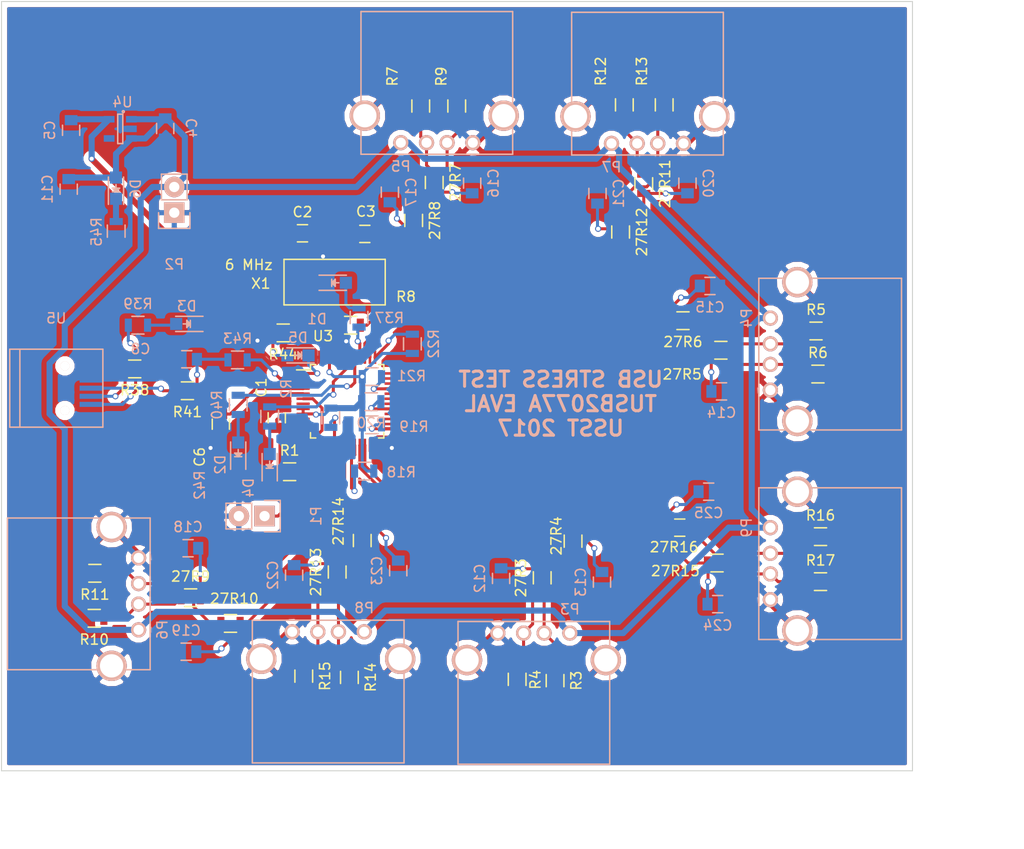
<source format=kicad_pcb>
(kicad_pcb (version 4) (host pcbnew 4.0.4-stable)
  (title_block (title "TUSB2077A USB hub") (date 2016-12-06) (rev 2) (company USST) (comment 1 "Carl Hofmeister"))
  (layers (0 F.Cu signal) (31 B.Cu signal) (34 B.Paste user) (35 F.Paste user) (36 B.SilkS user) (37 F.SilkS user) (38 B.Mask user) (39 F.Mask user) (44 Edge.Cuts user))
  (net 0 "")
  (net 1 "Net-(27R3-Pad1)")
  (net 2 "Net-(27R4-Pad1)")
  (net 3 "Net-(27R5-Pad1)")
  (net 4 "Net-(27R6-Pad1)")
  (net 5 "Net-(27R7-Pad1)")
  (net 6 "Net-(27R8-Pad1)")
  (net 7 "Net-(27R9-Pad1)")
  (net 8 "Net-(27R10-Pad1)")
  (net 9 "Net-(27R11-Pad1)")
  (net 10 "Net-(27R12-Pad1)")
  (net 11 "Net-(27R13-Pad1)")
  (net 12 "Net-(27R14-Pad1)")
  (net 13 "Net-(27R15-Pad1)")
  (net 14 "Net-(27R16-Pad1)")
  (net 15 +3.3V)
  (net 16 GND)
  (net 17 "Net-(C2-Pad1)")
  (net 18 "Net-(C3-Pad1)")
  (net 19 VCC)
  (net 20 RST)
  (net 21 "Net-(R8-Pad1)")
  (net 22 HUBCFG)
  (net 23 "Net-(R38-Pad2)")
  (net 24 "Net-(R39-Pad2)")
  (net 25 PORTPWR)
  (net 26 "Net-(R41-Pad2)")
  (net 27 PORTDIS)
  (net 28 DP0PUR)
  (net 29 SPND)
  (net 30 "Net-(U3-Pad7)")
  (net 31 "Net-(U3-Pad11)")
  (net 32 "Net-(U3-Pad15)")
  (net 33 "Net-(U3-Pad19)")
  (net 34 "Net-(U3-Pad23)")
  (net 35 "Net-(U3-Pad28)")
  (net 36 "Net-(U3-Pad32)")
  (net 37 "Net-(U3-Pad36)")
  (net 38 "Net-(D1-Pad2)")
  (net 39 "Net-(D2-Pad2)")
  (net 40 "Net-(D3-Pad2)")
  (net 41 "Net-(D4-Pad2)")
  (net 42 "Net-(D5-Pad2)")
  (net 43 "Net-(D6-Pad1)")
  (net 44 "Net-(U4-Pad4)")
  (net 45 "Net-(R1-Pad2)")
  (net 46 "Net-(R2-Pad2)")
  (net 47 "Net-(R18-Pad2)")
  (net 48 "Net-(R19-Pad2)")
  (net 49 "Net-(R20-Pad2)")
  (net 50 "Net-(R21-Pad2)")
  (net 51 "Net-(R22-Pad2)")
  (net 52 D3_P)
  (net 53 D5_P)
  (net 54 D7_P)
  (net 55 D1_P)
  (net 56 D6_P)
  (net 57 D2_P)
  (net 58 D4_P)
  (net 59 D0_P)
  (net 60 D3_N)
  (net 61 D5_N)
  (net 62 D7_N)
  (net 63 D1_N)
  (net 64 D6_N)
  (net 65 D2_N)
  (net 66 D4_N)
  (net 67 D0_N)
  (module Connect:USB_A (layer B.Cu) (at 126.29938 125.79436 90)
    (fp_text reference P6 (at 0 2.35 90) (layer B.SilkS) (effects (justify mirror)))
    (fp_text value USB_A)
    (pad 4 thru_hole circle (at 7.11286 0.00212 180) (size 1.50114 1.50114) (drill 1.00076) (layers *.Cu *.Mask B.SilkS) (net 16 GND))
    (pad 3 thru_hole circle (at 4.57286 0.00212 180) (size 1.50114 1.50114) (drill 1.00076) (layers *.Cu *.Mask B.SilkS) (net 8 "Net-(27R10-Pad1)"))
    (pad 2 thru_hole circle (at 2.54086 0.00212 180) (size 1.50114 1.50114) (drill 1.00076) (layers *.Cu *.Mask B.SilkS) (net 7 "Net-(27R9-Pad1)"))
    (pad 1 thru_hole circle (at 0.00086 0.00212 180) (size 1.50114 1.50114) (drill 1.00076) (layers *.Cu *.Mask B.SilkS) (net 19 VCC))
    (pad 5 thru_hole circle (at 10.16086 -2.66488 180) (size 2.99974 2.99974) (drill 2.30124) (layers *.Cu *.Mask B.SilkS) (net 16 GND))
    (pad 5 thru_hole circle (at -3.55514 -2.66488 180) (size 2.99974 2.99974) (drill 2.30124) (layers *.Cu *.Mask B.SilkS) (net 16 GND))
  )
  (module Resistors_SMD:R_0805 (layer F.Cu) (at 166.1795 120.65 90)
    (fp_text reference 27R3 (at 0 -2.1 90) (layer F.SilkS))
    (fp_text value 27R)
    (pad 1 smd rect (at -0.95 0 90) (size 0.7 1.3) (layers F.Cu F.Paste F.Mask) (net 1 "Net-(27R3-Pad1)"))
    (pad 2 smd rect (at 0.95 0 90) (size 0.7 1.3) (layers F.Cu F.Paste F.Mask) (net 60 D3_N))
  )
  (module Resistors_SMD:R_0805 (layer F.Cu) (at 169.2275 117.0305 90)
    (fp_text reference 27R4 (at 0.5205 -1.6475 270) (layer F.SilkS))
    (fp_text value 27R)
    (pad 1 smd rect (at -0.95 0 90) (size 0.7 1.3) (layers F.Cu F.Paste F.Mask) (net 2 "Net-(27R4-Pad1)"))
    (pad 2 smd rect (at 0.95 0 90) (size 0.7 1.3) (layers F.Cu F.Paste F.Mask) (net 52 D3_P))
  )
  (module Resistors_SMD:R_0805 (layer F.Cu) (at 183.83 98.171 180)
    (fp_text reference 27R5 (at 3.82 -2.379 180) (layer F.SilkS))
    (fp_text value 27R)
    (pad 1 smd rect (at -0.95 0 180) (size 0.7 1.3) (layers F.Cu F.Paste F.Mask) (net 3 "Net-(27R5-Pad1)"))
    (pad 2 smd rect (at 0.95 0 180) (size 0.7 1.3) (layers F.Cu F.Paste F.Mask) (net 61 D5_N))
  )
  (module Resistors_SMD:R_0805 (layer F.Cu) (at 180.086 95.25 180)
    (fp_text reference 27R6 (at 0 -2.1 180) (layer F.SilkS))
    (fp_text value 27R)
    (pad 1 smd rect (at -0.95 0 180) (size 0.7 1.3) (layers F.Cu F.Paste F.Mask) (net 4 "Net-(27R6-Pad1)"))
    (pad 2 smd rect (at 0.95 0 180) (size 0.7 1.3) (layers F.Cu F.Paste F.Mask) (net 53 D5_P))
  )
  (module Resistors_SMD:R_0805 (layer F.Cu) (at 155.5115 81.5975 270)
    (fp_text reference 27R7 (at 0 -2.1 270) (layer F.SilkS))
    (fp_text value 27R)
    (pad 1 smd rect (at -0.95 0 270) (size 0.7 1.3) (layers F.Cu F.Paste F.Mask) (net 5 "Net-(27R7-Pad1)"))
    (pad 2 smd rect (at 0.95 0 270) (size 0.7 1.3) (layers F.Cu F.Paste F.Mask) (net 62 D7_N))
  )
  (module Resistors_SMD:R_0805 (layer F.Cu) (at 153.4795 85.344 270)
    (fp_text reference 27R8 (at 0 -2.1 270) (layer F.SilkS))
    (fp_text value 27R)
    (pad 1 smd rect (at -0.95 0 270) (size 0.7 1.3) (layers F.Cu F.Paste F.Mask) (net 6 "Net-(27R8-Pad1)"))
    (pad 2 smd rect (at 0.95 0 270) (size 0.7 1.3) (layers F.Cu F.Paste F.Mask) (net 54 D7_P))
  )
  (module Resistors_SMD:R_0805 (layer F.Cu) (at 131.445 122.6185)
    (fp_text reference 27R9 (at 0 -2.1) (layer F.SilkS))
    (fp_text value 27R)
    (pad 1 smd rect (at -0.95 0) (size 0.7 1.3) (layers F.Cu F.Paste F.Mask) (net 7 "Net-(27R9-Pad1)"))
    (pad 2 smd rect (at 0.95 0) (size 0.7 1.3) (layers F.Cu F.Paste F.Mask) (net 63 D1_N))
  )
  (module Resistors_SMD:R_0805 (layer F.Cu) (at 135.382 125.1585)
    (fp_text reference 27R10 (at 0.378 -2.4425) (layer F.SilkS))
    (fp_text value 27R)
    (pad 1 smd rect (at -0.95 0) (size 0.7 1.3) (layers F.Cu F.Paste F.Mask) (net 8 "Net-(27R10-Pad1)"))
    (pad 2 smd rect (at 0.95 0) (size 0.7 1.3) (layers F.Cu F.Paste F.Mask) (net 55 D1_P))
  )
  (module Resistors_SMD:R_0805 (layer F.Cu) (at 176.2125 81.7245 270)
    (fp_text reference 27R11 (at 0 -2.1 270) (layer F.SilkS))
    (fp_text value 27R)
    (pad 1 smd rect (at -0.95 0 270) (size 0.7 1.3) (layers F.Cu F.Paste F.Mask) (net 9 "Net-(27R11-Pad1)"))
    (pad 2 smd rect (at 0.95 0 270) (size 0.7 1.3) (layers F.Cu F.Paste F.Mask) (net 64 D6_N))
  )
  (module Resistors_SMD:R_0805 (layer F.Cu) (at 173.9265 86.487 270)
    (fp_text reference 27R12 (at 0 -2.1 270) (layer F.SilkS))
    (fp_text value 27R)
    (pad 1 smd rect (at -0.95 0 270) (size 0.7 1.3) (layers F.Cu F.Paste F.Mask) (net 10 "Net-(27R12-Pad1)"))
    (pad 2 smd rect (at 0.95 0 270) (size 0.7 1.3) (layers F.Cu F.Paste F.Mask) (net 56 D6_P))
  )
  (module Resistors_SMD:R_0805 (layer F.Cu) (at 145.923 120.0785 90)
    (fp_text reference 27R13 (at 0 -2.1 90) (layer F.SilkS))
    (fp_text value 27R)
    (pad 1 smd rect (at -0.95 0 90) (size 0.7 1.3) (layers F.Cu F.Paste F.Mask) (net 11 "Net-(27R13-Pad1)"))
    (pad 2 smd rect (at 0.95 0 90) (size 0.7 1.3) (layers F.Cu F.Paste F.Mask) (net 65 D2_N))
  )
  (module Resistors_SMD:R_0805 (layer F.Cu) (at 148.3995 116.9695 90)
    (fp_text reference 27R14 (at 1.9075 -2.3495 90) (layer F.SilkS))
    (fp_text value 27R)
    (pad 1 smd rect (at -0.95 0 90) (size 0.7 1.3) (layers F.Cu F.Paste F.Mask) (net 12 "Net-(27R14-Pad1)"))
    (pad 2 smd rect (at 0.95 0 90) (size 0.7 1.3) (layers F.Cu F.Paste F.Mask) (net 57 D2_P))
  )
  (module Resistors_SMD:R_0805 (layer F.Cu) (at 183.4515 119.1895 180)
    (fp_text reference 27R15 (at 4.1115 -0.7905 180) (layer F.SilkS))
    (fp_text value 27R)
    (pad 1 smd rect (at -0.95 0 180) (size 0.7 1.3) (layers F.Cu F.Paste F.Mask) (net 13 "Net-(27R15-Pad1)"))
    (pad 2 smd rect (at 0.95 0 180) (size 0.7 1.3) (layers F.Cu F.Paste F.Mask) (net 66 D4_N))
  )
  (module Capacitors_SMD:C_0805 (layer F.Cu) (at 179.7685 115.697 180)
    (fp_text reference 27R16 (at 0.5585 -1.923 180) (layer F.SilkS))
    (fp_text value 27R)
    (pad 1 smd rect (at -1 0 180) (size 1 1.25) (layers F.Cu F.Paste F.Mask) (net 14 "Net-(27R16-Pad1)"))
    (pad 2 smd rect (at 1 0 180) (size 1 1.25) (layers F.Cu F.Paste F.Mask) (net 58 D4_P))
  )
  (module Capacitors_SMD:C_0805 (layer F.Cu) (at 139.954 104.8385 90)
    (fp_text reference C1 (at 2.9845 -1.524 90) (layer F.SilkS))
    (fp_text value 0.1uF)
    (pad 1 smd rect (at -1 0 90) (size 1 1.25) (layers F.Cu F.Paste F.Mask) (net 15 +3.3V))
    (pad 2 smd rect (at 1 0 90) (size 1 1.25) (layers F.Cu F.Paste F.Mask) (net 16 GND))
  )
  (module Capacitors_SMD:C_0805 (layer F.Cu) (at 142.494 86.614)
    (fp_text reference C2 (at 0 -2.1) (layer F.SilkS))
    (fp_text value 33pF)
    (pad 1 smd rect (at -1 0) (size 1 1.25) (layers F.Cu F.Paste F.Mask) (net 17 "Net-(C2-Pad1)"))
    (pad 2 smd rect (at 1 0) (size 1 1.25) (layers F.Cu F.Paste F.Mask) (net 16 GND))
  )
  (module Capacitors_SMD:C_0805 (layer F.Cu) (at 148.6535 86.6775 180)
    (fp_text reference C3 (at -0.1065 2.2115 180) (layer F.SilkS))
    (fp_text value 33pF)
    (pad 1 smd rect (at -1 0 180) (size 1 1.25) (layers F.Cu F.Paste F.Mask) (net 18 "Net-(C3-Pad1)"))
    (pad 2 smd rect (at 1 0 180) (size 1 1.25) (layers F.Cu F.Paste F.Mask) (net 16 GND))
  )
  (module Capacitors_SMD:C_0805 (layer B.Cu) (at 128.932022 76.260858 270)
    (fp_text reference C4 (at -0.060858 -2.639978 270) (layer B.SilkS) (effects (justify mirror)))
    (fp_text value 1uF)
    (pad 1 smd rect (at -1 0 270) (size 1 1.25) (layers B.Cu B.Paste B.Mask) (net 19 VCC))
    (pad 2 smd rect (at 1 0 270) (size 1 1.25) (layers B.Cu B.Paste B.Mask) (net 16 GND))
  )
  (module Capacitors_SMD:C_0805 (layer B.Cu) (at 119.635622 76.438658 270)
    (fp_text reference C5 (at 0 2.1 270) (layer B.SilkS) (effects (justify mirror)))
    (fp_text value 10uF)
    (pad 1 smd rect (at -1 0 270) (size 1 1.25) (layers B.Cu B.Paste B.Mask) (net 15 +3.3V))
    (pad 2 smd rect (at 1 0 270) (size 1 1.25) (layers B.Cu B.Paste B.Mask) (net 16 GND))
  )
  (module Capacitors_SMD:C_0805 (layer F.Cu) (at 134.4295 105.4735 270)
    (fp_text reference C6 (at 3.2385 2.0955 270) (layer F.SilkS))
    (fp_text value 22pF)
    (pad 1 smd rect (at -1 0 270) (size 1 1.25) (layers F.Cu F.Paste F.Mask) (net 67 D0_N))
    (pad 2 smd rect (at 1 0 270) (size 1 1.25) (layers F.Cu F.Paste F.Mask) (net 16 GND))
  )
  (module Capacitors_SMD:C_0805 (layer B.Cu) (at 131.064 99.06 180)
    (fp_text reference C8 (at 4.572 1.016 180) (layer B.SilkS) (effects (justify mirror)))
    (fp_text value 22pF)
    (pad 1 smd rect (at -1 0 180) (size 1 1.25) (layers B.Cu B.Paste B.Mask) (net 59 D0_P))
    (pad 2 smd rect (at 1 0 180) (size 1 1.25) (layers B.Cu B.Paste B.Mask) (net 16 GND))
  )
  (module Capacitors_SMD:C_0805 (layer B.Cu) (at 119.396862 82.257798 270)
    (fp_text reference C11 (at 0 2.1 270) (layer B.SilkS) (effects (justify mirror)))
    (fp_text value 10uF)
    (pad 1 smd rect (at -1 0 270) (size 1 1.25) (layers B.Cu B.Paste B.Mask) (net 19 VCC))
    (pad 2 smd rect (at 1 0 270) (size 1 1.25) (layers B.Cu B.Paste B.Mask) (net 16 GND))
  )
  (module Capacitors_SMD:C_0805 (layer B.Cu) (at 162.1155 120.7135 270)
    (fp_text reference C12 (at 0 2.1 270) (layer B.SilkS) (effects (justify mirror)))
    (fp_text value 22pF)
    (pad 1 smd rect (at -1 0 270) (size 1 1.25) (layers B.Cu B.Paste B.Mask) (net 60 D3_N))
    (pad 2 smd rect (at 1 0 270) (size 1 1.25) (layers B.Cu B.Paste B.Mask) (net 16 GND))
  )
  (module Capacitors_SMD:C_0805 (layer B.Cu) (at 172.085 121.0785 270)
    (fp_text reference C13 (at 0 2.1 270) (layer B.SilkS) (effects (justify mirror)))
    (fp_text value 22pF)
    (pad 1 smd rect (at -1 0 270) (size 1 1.25) (layers B.Cu B.Paste B.Mask) (net 52 D3_P))
    (pad 2 smd rect (at 1 0 270) (size 1 1.25) (layers B.Cu B.Paste B.Mask) (net 16 GND))
  )
  (module Capacitors_SMD:C_0805 (layer B.Cu) (at 183.896 102.235)
    (fp_text reference C14 (at 0 2.1) (layer B.SilkS) (effects (justify mirror)))
    (fp_text value 22pF)
    (pad 1 smd rect (at -1 0) (size 1 1.25) (layers B.Cu B.Paste B.Mask) (net 61 D5_N))
    (pad 2 smd rect (at 1 0) (size 1 1.25) (layers B.Cu B.Paste B.Mask) (net 16 GND))
  )
  (module Capacitors_SMD:C_0805 (layer B.Cu) (at 182.753 91.821)
    (fp_text reference C15 (at 0 2.1) (layer B.SilkS) (effects (justify mirror)))
    (fp_text value 22pF)
    (pad 1 smd rect (at -1 0) (size 1 1.25) (layers B.Cu B.Paste B.Mask) (net 53 D5_P))
    (pad 2 smd rect (at 1 0) (size 1 1.25) (layers B.Cu B.Paste B.Mask) (net 16 GND))
  )
  (module Capacitors_SMD:C_0805 (layer B.Cu) (at 159.258 81.661 90)
    (fp_text reference C16 (at 0 2.1 90) (layer B.SilkS) (effects (justify mirror)))
    (fp_text value 22pF)
    (pad 1 smd rect (at -1 0 90) (size 1 1.25) (layers B.Cu B.Paste B.Mask) (net 62 D7_N))
    (pad 2 smd rect (at 1 0 90) (size 1 1.25) (layers B.Cu B.Paste B.Mask) (net 16 GND))
  )
  (module Capacitors_SMD:C_0805 (layer B.Cu) (at 151.13 82.55 90)
    (fp_text reference C17 (at 0 2.1 90) (layer B.SilkS) (effects (justify mirror)))
    (fp_text value 22pF)
    (pad 1 smd rect (at -1 0 90) (size 1 1.25) (layers B.Cu B.Paste B.Mask) (net 54 D7_P))
    (pad 2 smd rect (at 1 0 90) (size 1 1.25) (layers B.Cu B.Paste B.Mask) (net 16 GND))
  )
  (module Capacitors_SMD:C_0805 (layer B.Cu) (at 131.191 117.729 180)
    (fp_text reference C18 (at 0 2.1 180) (layer B.SilkS) (effects (justify mirror)))
    (fp_text value 22pF)
    (pad 1 smd rect (at -1 0 180) (size 1 1.25) (layers B.Cu B.Paste B.Mask) (net 63 D1_N))
    (pad 2 smd rect (at 1 0 180) (size 1 1.25) (layers B.Cu B.Paste B.Mask) (net 16 GND))
  )
  (module Capacitors_SMD:C_0805 (layer B.Cu) (at 131.0005 127.9525 180)
    (fp_text reference C19 (at 0 2.1 180) (layer B.SilkS) (effects (justify mirror)))
    (fp_text value 22pF)
    (pad 1 smd rect (at -1 0 180) (size 1 1.25) (layers B.Cu B.Paste B.Mask) (net 55 D1_P))
    (pad 2 smd rect (at 1 0 180) (size 1 1.25) (layers B.Cu B.Paste B.Mask) (net 16 GND))
  )
  (module Capacitors_SMD:C_0805 (layer B.Cu) (at 180.5305 81.661 90)
    (fp_text reference C20 (at 0 2.1 90) (layer B.SilkS) (effects (justify mirror)))
    (fp_text value 22pF)
    (pad 1 smd rect (at -1 0 90) (size 1 1.25) (layers B.Cu B.Paste B.Mask) (net 64 D6_N))
    (pad 2 smd rect (at 1 0 90) (size 1 1.25) (layers B.Cu B.Paste B.Mask) (net 16 GND))
  )
  (module Capacitors_SMD:C_0805 (layer B.Cu) (at 171.6405 82.677 90)
    (fp_text reference C21 (at 0 2.1 90) (layer B.SilkS) (effects (justify mirror)))
    (fp_text value 22pF)
    (pad 1 smd rect (at -1 0 90) (size 1 1.25) (layers B.Cu B.Paste B.Mask) (net 56 D6_P))
    (pad 2 smd rect (at 1 0 90) (size 1 1.25) (layers B.Cu B.Paste B.Mask) (net 16 GND))
  )
  (module Capacitors_SMD:C_0805 (layer B.Cu) (at 141.6685 120.396 270)
    (fp_text reference C22 (at 0 2.1 270) (layer B.SilkS) (effects (justify mirror)))
    (fp_text value 22pF)
    (pad 1 smd rect (at -1 0 270) (size 1 1.25) (layers B.Cu B.Paste B.Mask) (net 65 D2_N))
    (pad 2 smd rect (at 1 0 270) (size 1 1.25) (layers B.Cu B.Paste B.Mask) (net 16 GND))
  )
  (module Capacitors_SMD:C_0805 (layer B.Cu) (at 151.9555 119.9515 270)
    (fp_text reference C23 (at 0 2.1 270) (layer B.SilkS) (effects (justify mirror)))
    (fp_text value 22pF)
    (pad 1 smd rect (at -1 0 270) (size 1 1.25) (layers B.Cu B.Paste B.Mask) (net 57 D2_P))
    (pad 2 smd rect (at 1 0 270) (size 1 1.25) (layers B.Cu B.Paste B.Mask) (net 16 GND))
  )
  (module Capacitors_SMD:C_0805 (layer B.Cu) (at 183.515 123.2535)
    (fp_text reference C24 (at 0 2.1) (layer B.SilkS) (effects (justify mirror)))
    (fp_text value 22pF)
    (pad 1 smd rect (at -1 0) (size 1 1.25) (layers B.Cu B.Paste B.Mask) (net 66 D4_N))
    (pad 2 smd rect (at 1 0) (size 1 1.25) (layers B.Cu B.Paste B.Mask) (net 16 GND))
  )
  (module Capacitors_SMD:C_0805 (layer B.Cu) (at 182.626 112.141)
    (fp_text reference C25 (at 0 2.1) (layer B.SilkS) (effects (justify mirror)))
    (fp_text value 22pF)
    (pad 1 smd rect (at -1 0) (size 1 1.25) (layers B.Cu B.Paste B.Mask) (net 58 D4_P))
    (pad 2 smd rect (at 1 0) (size 1 1.25) (layers B.Cu B.Paste B.Mask) (net 16 GND))
  )
  (module Pin_Headers:Pin_Header_Straight_1x02 (layer B.Cu) (at 138.7475 114.554 90)
    (fp_text reference P1 (at 0 5.1 90) (layer B.SilkS) (effects (justify mirror)))
    (fp_text value CONN_01X02)
    (pad 1 thru_hole rect (at 0 0 90) (size 2.032 2.032) (drill 1.016) (layers *.Cu *.Mask B.SilkS) (net 20 RST))
    (pad 2 thru_hole oval (at 0 -2.54 90) (size 2.032 2.032) (drill 1.016) (layers *.Cu *.Mask B.SilkS) (net 16 GND))
  )
  (module Connect:USB_A (layer B.Cu) (at 168.91086 126.11312 180)
    (fp_text reference P3 (at 0 2.35 180) (layer B.SilkS) (effects (justify mirror)))
    (fp_text value USB_A)
    (pad 4 thru_hole circle (at 7.11286 0.00212 270) (size 1.50114 1.50114) (drill 1.00076) (layers *.Cu *.Mask B.SilkS) (net 16 GND))
    (pad 3 thru_hole circle (at 4.57286 0.00212 270) (size 1.50114 1.50114) (drill 1.00076) (layers *.Cu *.Mask B.SilkS) (net 2 "Net-(27R4-Pad1)"))
    (pad 2 thru_hole circle (at 2.54086 0.00212 270) (size 1.50114 1.50114) (drill 1.00076) (layers *.Cu *.Mask B.SilkS) (net 1 "Net-(27R3-Pad1)"))
    (pad 1 thru_hole circle (at 0.00086 0.00212 270) (size 1.50114 1.50114) (drill 1.00076) (layers *.Cu *.Mask B.SilkS) (net 19 VCC))
    (pad 5 thru_hole circle (at 10.16086 -2.66488 270) (size 2.99974 2.99974) (drill 2.30124) (layers *.Cu *.Mask B.SilkS) (net 16 GND))
    (pad 5 thru_hole circle (at -3.55514 -2.66488 270) (size 2.99974 2.99974) (drill 2.30124) (layers *.Cu *.Mask B.SilkS) (net 16 GND))
  )
  (module Connect:USB_A (layer B.Cu) (at 188.72412 94.99514 270)
    (fp_text reference P4 (at 0 2.35 270) (layer B.SilkS) (effects (justify mirror)))
    (fp_text value USB_A)
    (pad 4 thru_hole circle (at 7.11286 0.00212) (size 1.50114 1.50114) (drill 1.00076) (layers *.Cu *.Mask B.SilkS) (net 16 GND))
    (pad 3 thru_hole circle (at 4.57286 0.00212) (size 1.50114 1.50114) (drill 1.00076) (layers *.Cu *.Mask B.SilkS) (net 4 "Net-(27R6-Pad1)"))
    (pad 2 thru_hole circle (at 2.54086 0.00212) (size 1.50114 1.50114) (drill 1.00076) (layers *.Cu *.Mask B.SilkS) (net 3 "Net-(27R5-Pad1)"))
    (pad 1 thru_hole circle (at 0.00086 0.00212) (size 1.50114 1.50114) (drill 1.00076) (layers *.Cu *.Mask B.SilkS) (net 19 VCC))
    (pad 5 thru_hole circle (at 10.16086 -2.66488) (size 2.99974 2.99974) (drill 2.30124) (layers *.Cu *.Mask B.SilkS) (net 16 GND))
    (pad 5 thru_hole circle (at -3.55514 -2.66488) (size 2.99974 2.99974) (drill 2.30124) (layers *.Cu *.Mask B.SilkS) (net 16 GND))
  )
  (module Connect:USB_A (layer B.Cu) (at 152.2095 77.6605)
    (fp_text reference P5 (at 0 2.35) (layer B.SilkS) (effects (justify mirror)))
    (fp_text value USB_A)
    (pad 4 thru_hole circle (at 7.11286 0.00212 90) (size 1.50114 1.50114) (drill 1.00076) (layers *.Cu *.Mask B.SilkS) (net 16 GND))
    (pad 3 thru_hole circle (at 4.57286 0.00212 90) (size 1.50114 1.50114) (drill 1.00076) (layers *.Cu *.Mask B.SilkS) (net 6 "Net-(27R8-Pad1)"))
    (pad 2 thru_hole circle (at 2.54086 0.00212 90) (size 1.50114 1.50114) (drill 1.00076) (layers *.Cu *.Mask B.SilkS) (net 5 "Net-(27R7-Pad1)"))
    (pad 1 thru_hole circle (at 0.00086 0.00212 90) (size 1.50114 1.50114) (drill 1.00076) (layers *.Cu *.Mask B.SilkS) (net 19 VCC))
    (pad 5 thru_hole circle (at 10.16086 -2.66488 90) (size 2.99974 2.99974) (drill 2.30124) (layers *.Cu *.Mask B.SilkS) (net 16 GND))
    (pad 5 thru_hole circle (at -3.55514 -2.66488 90) (size 2.99974 2.99974) (drill 2.30124) (layers *.Cu *.Mask B.SilkS) (net 16 GND))
  )
  (module Connect:USB_A (layer B.Cu) (at 173.023107 77.733901)
    (fp_text reference P7 (at 0 2.35) (layer B.SilkS) (effects (justify mirror)))
    (fp_text value USB_A)
    (pad 4 thru_hole circle (at 7.11286 0.00212 90) (size 1.50114 1.50114) (drill 1.00076) (layers *.Cu *.Mask B.SilkS) (net 16 GND))
    (pad 3 thru_hole circle (at 4.57286 0.00212 90) (size 1.50114 1.50114) (drill 1.00076) (layers *.Cu *.Mask B.SilkS) (net 10 "Net-(27R12-Pad1)"))
    (pad 2 thru_hole circle (at 2.54086 0.00212 90) (size 1.50114 1.50114) (drill 1.00076) (layers *.Cu *.Mask B.SilkS) (net 9 "Net-(27R11-Pad1)"))
    (pad 1 thru_hole circle (at 0.00086 0.00212 90) (size 1.50114 1.50114) (drill 1.00076) (layers *.Cu *.Mask B.SilkS) (net 19 VCC))
    (pad 5 thru_hole circle (at 10.16086 -2.66488 90) (size 2.99974 2.99974) (drill 2.30124) (layers *.Cu *.Mask B.SilkS) (net 16 GND))
    (pad 5 thru_hole circle (at -3.55514 -2.66488 90) (size 2.99974 2.99974) (drill 2.30124) (layers *.Cu *.Mask B.SilkS) (net 16 GND))
  )
  (module Connect:USB_A (layer B.Cu) (at 148.59086 125.98612 180)
    (fp_text reference P8 (at 0 2.35 180) (layer B.SilkS) (effects (justify mirror)))
    (fp_text value USB_A)
    (pad 4 thru_hole circle (at 7.11286 0.00212 270) (size 1.50114 1.50114) (drill 1.00076) (layers *.Cu *.Mask B.SilkS) (net 16 GND))
    (pad 3 thru_hole circle (at 4.57286 0.00212 270) (size 1.50114 1.50114) (drill 1.00076) (layers *.Cu *.Mask B.SilkS) (net 12 "Net-(27R14-Pad1)"))
    (pad 2 thru_hole circle (at 2.54086 0.00212 270) (size 1.50114 1.50114) (drill 1.00076) (layers *.Cu *.Mask B.SilkS) (net 11 "Net-(27R13-Pad1)"))
    (pad 1 thru_hole circle (at 0.00086 0.00212 270) (size 1.50114 1.50114) (drill 1.00076) (layers *.Cu *.Mask B.SilkS) (net 19 VCC))
    (pad 5 thru_hole circle (at 10.16086 -2.66488 270) (size 2.99974 2.99974) (drill 2.30124) (layers *.Cu *.Mask B.SilkS) (net 16 GND))
    (pad 5 thru_hole circle (at -3.55514 -2.66488 270) (size 2.99974 2.99974) (drill 2.30124) (layers *.Cu *.Mask B.SilkS) (net 16 GND))
  )
  (module Connect:USB_A (layer B.Cu) (at 188.72412 115.69614 270)
    (fp_text reference P9 (at 0 2.35 270) (layer B.SilkS) (effects (justify mirror)))
    (fp_text value USB_A)
    (pad 4 thru_hole circle (at 7.11286 0.00212) (size 1.50114 1.50114) (drill 1.00076) (layers *.Cu *.Mask B.SilkS) (net 16 GND))
    (pad 3 thru_hole circle (at 4.57286 0.00212) (size 1.50114 1.50114) (drill 1.00076) (layers *.Cu *.Mask B.SilkS) (net 14 "Net-(27R16-Pad1)"))
    (pad 2 thru_hole circle (at 2.54086 0.00212) (size 1.50114 1.50114) (drill 1.00076) (layers *.Cu *.Mask B.SilkS) (net 13 "Net-(27R15-Pad1)"))
    (pad 1 thru_hole circle (at 0.00086 0.00212) (size 1.50114 1.50114) (drill 1.00076) (layers *.Cu *.Mask B.SilkS) (net 19 VCC))
    (pad 5 thru_hole circle (at 10.16086 -2.66488) (size 2.99974 2.99974) (drill 2.30124) (layers *.Cu *.Mask B.SilkS) (net 16 GND))
    (pad 5 thru_hole circle (at -3.55514 -2.66488) (size 2.99974 2.99974) (drill 2.30124) (layers *.Cu *.Mask B.SilkS) (net 16 GND))
  )
  (module Resistors_SMD:R_0805 (layer F.Cu) (at 167.4495 130.81 270)
    (fp_text reference R3 (at 0 -2.1 270) (layer F.SilkS))
    (fp_text value 15k)
    (pad 1 smd rect (at -0.95 0 270) (size 0.7 1.3) (layers F.Cu F.Paste F.Mask) (net 1 "Net-(27R3-Pad1)"))
    (pad 2 smd rect (at 0.95 0 270) (size 0.7 1.3) (layers F.Cu F.Paste F.Mask) (net 16 GND))
  )
  (module Resistors_SMD:R_0805 (layer F.Cu) (at 163.703 130.683 270)
    (fp_text reference R4 (at 0.033 -1.807 270) (layer F.SilkS))
    (fp_text value 15k)
    (pad 1 smd rect (at -0.95 0 270) (size 0.7 1.3) (layers F.Cu F.Paste F.Mask) (net 2 "Net-(27R4-Pad1)"))
    (pad 2 smd rect (at 0.95 0 270) (size 0.7 1.3) (layers F.Cu F.Paste F.Mask) (net 16 GND))
  )
  (module Resistors_SMD:R_0805 (layer F.Cu) (at 193.2305 96.266)
    (fp_text reference R5 (at 0 -2.1) (layer F.SilkS))
    (fp_text value 15k)
    (pad 1 smd rect (at -0.95 0) (size 0.7 1.3) (layers F.Cu F.Paste F.Mask) (net 3 "Net-(27R5-Pad1)"))
    (pad 2 smd rect (at 0.95 0) (size 0.7 1.3) (layers F.Cu F.Paste F.Mask) (net 16 GND))
  )
  (module Resistors_SMD:R_0805 (layer F.Cu) (at 193.421 100.5205)
    (fp_text reference R6 (at 0 -2.1) (layer F.SilkS))
    (fp_text value 15k)
    (pad 1 smd rect (at -0.95 0) (size 0.7 1.3) (layers F.Cu F.Paste F.Mask) (net 4 "Net-(27R6-Pad1)"))
    (pad 2 smd rect (at 0.95 0) (size 0.7 1.3) (layers F.Cu F.Paste F.Mask) (net 16 GND))
  )
  (module Resistors_SMD:R_0805 (layer F.Cu) (at 154.178 74.041 90)
    (fp_text reference R7 (at 2.921 -2.794 90) (layer F.SilkS))
    (fp_text value 15k)
    (pad 1 smd rect (at -0.95 0 90) (size 0.7 1.3) (layers F.Cu F.Paste F.Mask) (net 5 "Net-(27R7-Pad1)"))
    (pad 2 smd rect (at 0.95 0 90) (size 0.7 1.3) (layers F.Cu F.Paste F.Mask) (net 16 GND))
  )
  (module Resistors_SMD:R_0805 (layer F.Cu) (at 147.2565 95.6945)
    (fp_text reference R8 (at 5.4635 -2.8145) (layer F.SilkS))
    (fp_text value 1.5k)
    (pad 1 smd rect (at -0.95 0) (size 0.7 1.3) (layers F.Cu F.Paste F.Mask) (net 21 "Net-(R8-Pad1)"))
    (pad 2 smd rect (at 0.95 0) (size 0.7 1.3) (layers F.Cu F.Paste F.Mask) (net 18 "Net-(C3-Pad1)"))
  )
  (module Resistors_SMD:R_0805 (layer F.Cu) (at 157.734 74.041 90)
    (fp_text reference R9 (at 2.921 -1.524 90) (layer F.SilkS))
    (fp_text value 15k)
    (pad 1 smd rect (at -0.95 0 90) (size 0.7 1.3) (layers F.Cu F.Paste F.Mask) (net 6 "Net-(27R8-Pad1)"))
    (pad 2 smd rect (at 0.95 0 90) (size 0.7 1.3) (layers F.Cu F.Paste F.Mask) (net 16 GND))
  )
  (module Resistors_SMD:R_0805 (layer F.Cu) (at 121.92 124.6505 180)
    (fp_text reference R10 (at 0 -2.1 180) (layer F.SilkS))
    (fp_text value 15k)
    (pad 1 smd rect (at -0.95 0 180) (size 0.7 1.3) (layers F.Cu F.Paste F.Mask) (net 7 "Net-(27R9-Pad1)"))
    (pad 2 smd rect (at 0.95 0 180) (size 0.7 1.3) (layers F.Cu F.Paste F.Mask) (net 16 GND))
  )
  (module Resistors_SMD:R_0805 (layer F.Cu) (at 121.9835 120.2055 180)
    (fp_text reference R11 (at 0 -2.1 180) (layer F.SilkS))
    (fp_text value 15k)
    (pad 1 smd rect (at -0.95 0 180) (size 0.7 1.3) (layers F.Cu F.Paste F.Mask) (net 8 "Net-(27R10-Pad1)"))
    (pad 2 smd rect (at 0.95 0 180) (size 0.7 1.3) (layers F.Cu F.Paste F.Mask) (net 16 GND))
  )
  (module Resistors_SMD:R_0805 (layer F.Cu) (at 174.293967 73.926021 90)
    (fp_text reference R12 (at 3.314021 -2.335967 90) (layer F.SilkS))
    (fp_text value 15k)
    (pad 1 smd rect (at -0.95 0 90) (size 0.7 1.3) (layers F.Cu F.Paste F.Mask) (net 9 "Net-(27R11-Pad1)"))
    (pad 2 smd rect (at 0.95 0 90) (size 0.7 1.3) (layers F.Cu F.Paste F.Mask) (net 16 GND))
  )
  (module Resistors_SMD:R_0805 (layer F.Cu) (at 178.230967 73.926021 90)
    (fp_text reference R13 (at 3.314021 -2.208967 90) (layer F.SilkS))
    (fp_text value 15k)
    (pad 1 smd rect (at -0.95 0 90) (size 0.7 1.3) (layers F.Cu F.Paste F.Mask) (net 10 "Net-(27R12-Pad1)"))
    (pad 2 smd rect (at 0.95 0 90) (size 0.7 1.3) (layers F.Cu F.Paste F.Mask) (net 16 GND))
  )
  (module Resistors_SMD:R_0805 (layer F.Cu) (at 147.1295 130.4925 270)
    (fp_text reference R14 (at 0 -2.1 270) (layer F.SilkS))
    (fp_text value 15k)
    (pad 1 smd rect (at -0.95 0 270) (size 0.7 1.3) (layers F.Cu F.Paste F.Mask) (net 11 "Net-(27R13-Pad1)"))
    (pad 2 smd rect (at 0.95 0 270) (size 0.7 1.3) (layers F.Cu F.Paste F.Mask) (net 16 GND))
  )
  (module Resistors_SMD:R_0805 (layer F.Cu) (at 142.621 130.3655 270)
    (fp_text reference R15 (at 0 -2.1 270) (layer F.SilkS))
    (fp_text value 15k)
    (pad 1 smd rect (at -0.95 0 270) (size 0.7 1.3) (layers F.Cu F.Paste F.Mask) (net 12 "Net-(27R14-Pad1)"))
    (pad 2 smd rect (at 0.95 0 270) (size 0.7 1.3) (layers F.Cu F.Paste F.Mask) (net 16 GND))
  )
  (module Resistors_SMD:R_0805 (layer F.Cu) (at 193.675 116.586)
    (fp_text reference R16 (at 0 -2.1) (layer F.SilkS))
    (fp_text value 15k)
    (pad 1 smd rect (at -0.95 0) (size 0.7 1.3) (layers F.Cu F.Paste F.Mask) (net 13 "Net-(27R15-Pad1)"))
    (pad 2 smd rect (at 0.95 0) (size 0.7 1.3) (layers F.Cu F.Paste F.Mask) (net 16 GND))
  )
  (module Resistors_SMD:R_0805 (layer F.Cu) (at 193.675 121.031)
    (fp_text reference R17 (at 0 -2.1) (layer F.SilkS))
    (fp_text value 15k)
    (pad 1 smd rect (at -0.95 0) (size 0.7 1.3) (layers F.Cu F.Paste F.Mask) (net 14 "Net-(27R16-Pad1)"))
    (pad 2 smd rect (at 0.95 0) (size 0.7 1.3) (layers F.Cu F.Paste F.Mask) (net 16 GND))
  )
  (module Resistors_SMD:R_0805 (layer B.Cu) (at 148.082 94.9325 90)
    (fp_text reference R37 (at -0.0475 2.998 180) (layer B.SilkS) (effects (justify mirror)))
    (fp_text value 1k)
    (pad 1 smd rect (at -0.95 0 90) (size 0.7 1.3) (layers B.Cu B.Paste B.Mask) (net 22 HUBCFG))
    (pad 2 smd rect (at 0.95 0 90) (size 0.7 1.3) (layers B.Cu B.Paste B.Mask) (net 38 "Net-(D1-Pad2)"))
  )
  (module Resistors_SMD:R_0805 (layer F.Cu) (at 125.9205 100.0125 180)
    (fp_text reference R38 (at 0 -2.1 180) (layer F.SilkS))
    (fp_text value 30)
    (pad 1 smd rect (at -0.95 0 180) (size 0.7 1.3) (layers F.Cu F.Paste F.Mask) (net 67 D0_N))
    (pad 2 smd rect (at 0.95 0 180) (size 0.7 1.3) (layers F.Cu F.Paste F.Mask) (net 23 "Net-(R38-Pad2)"))
  )
  (module Resistors_SMD:R_0805 (layer B.Cu) (at 126.238 95.6945 180)
    (fp_text reference R39 (at 0 2.1 180) (layer B.SilkS) (effects (justify mirror)))
    (fp_text value 1k)
    (pad 1 smd rect (at -0.95 0 180) (size 0.7 1.3) (layers B.Cu B.Paste B.Mask) (net 40 "Net-(D3-Pad2)"))
    (pad 2 smd rect (at 0.95 0 180) (size 0.7 1.3) (layers B.Cu B.Paste B.Mask) (net 24 "Net-(R39-Pad2)"))
  )
  (module Resistors_SMD:R_0805 (layer B.Cu) (at 136.144 103.5685 270)
    (fp_text reference R40 (at 0 2.1 270) (layer B.SilkS) (effects (justify mirror)))
    (fp_text value 1k)
    (pad 1 smd rect (at -0.95 0 270) (size 0.7 1.3) (layers B.Cu B.Paste B.Mask) (net 25 PORTPWR))
    (pad 2 smd rect (at 0.95 0 270) (size 0.7 1.3) (layers B.Cu B.Paste B.Mask) (net 39 "Net-(D2-Pad2)"))
  )
  (module Resistors_SMD:R_0805 (layer F.Cu) (at 131.1275 102.1715 180)
    (fp_text reference R41 (at 0 -2.1 180) (layer F.SilkS))
    (fp_text value 30)
    (pad 1 smd rect (at -0.95 0 180) (size 0.7 1.3) (layers F.Cu F.Paste F.Mask) (net 59 D0_P))
    (pad 2 smd rect (at 0.95 0 180) (size 0.7 1.3) (layers F.Cu F.Paste F.Mask) (net 26 "Net-(R41-Pad2)"))
  )
  (module Resistors_SMD:R_0805 (layer B.Cu) (at 139.2555 104.7115 270)
    (fp_text reference R42 (at 6.7945 6.9215 270) (layer B.SilkS) (effects (justify mirror)))
    (fp_text value 1k)
    (pad 1 smd rect (at -0.95 0 270) (size 0.7 1.3) (layers B.Cu B.Paste B.Mask) (net 27 PORTDIS))
    (pad 2 smd rect (at 0.95 0 270) (size 0.7 1.3) (layers B.Cu B.Paste B.Mask) (net 41 "Net-(D4-Pad2)"))
  )
  (module Resistors_SMD:R_0805 (layer B.Cu) (at 136.0805 99.1235 180)
    (fp_text reference R43 (at 0 2.1 180) (layer B.SilkS) (effects (justify mirror)))
    (fp_text value 1.5k)
    (pad 1 smd rect (at -0.95 0 180) (size 0.7 1.3) (layers B.Cu B.Paste B.Mask) (net 28 DP0PUR))
    (pad 2 smd rect (at 0.95 0 180) (size 0.7 1.3) (layers B.Cu B.Paste B.Mask) (net 59 D0_P))
  )
  (module Resistors_SMD:R_0805 (layer F.Cu) (at 140.589 96.4565 180)
    (fp_text reference R44 (at 0 -2.1 180) (layer F.SilkS))
    (fp_text value 1k)
    (pad 1 smd rect (at -0.95 0 180) (size 0.7 1.3) (layers F.Cu F.Paste F.Mask) (net 15 +3.3V))
    (pad 2 smd rect (at 0.95 0 180) (size 0.7 1.3) (layers F.Cu F.Paste F.Mask) (net 42 "Net-(D5-Pad2)"))
  )
  (module Resistors_SMD:R_0805 (layer B.Cu) (at 124.090782 86.403078 90)
    (fp_text reference R45 (at -0.0762 -1.9431 270) (layer B.SilkS) (effects (justify mirror)))
    (fp_text value 1k)
    (pad 1 smd rect (at -0.95 0 90) (size 0.7 1.3) (layers B.Cu B.Paste B.Mask) (net 16 GND))
    (pad 2 smd rect (at 0.95 0 90) (size 0.7 1.3) (layers B.Cu B.Paste B.Mask) (net 43 "Net-(D6-Pad1)"))
  )
  (module Housings_QFP:TQFP-48_7x7mm_Pitch0.5mm (layer F.Cu) (at 146.90852 103.21036)
    (fp_text reference U3 (at -2.38252 -6.43636) (layer F.SilkS))
    (fp_text value TUSB2077A)
    (pad 1 smd rect (at -4.35 -2.75) (size 1.3 0.25) (layers F.Cu F.Paste F.Mask) (net 29 SPND))
    (pad 2 smd rect (at -4.35 -2.25) (size 1.3 0.25) (layers F.Cu F.Paste F.Mask) (net 28 DP0PUR))
    (pad 3 smd rect (at -4.35 -1.75) (size 1.3 0.25) (layers F.Cu F.Paste F.Mask) (net 59 D0_P))
    (pad 4 smd rect (at -4.35 -1.25) (size 1.3 0.25) (layers F.Cu F.Paste F.Mask) (net 67 D0_N))
    (pad 5 smd rect (at -4.35 -0.75) (size 1.3 0.25) (layers F.Cu F.Paste F.Mask) (net 16 GND))
    (pad 6 smd rect (at -4.35 -0.25) (size 1.3 0.25) (layers F.Cu F.Paste F.Mask) (net 20 RST))
    (pad 7 smd rect (at -4.35 0.25) (size 1.3 0.25) (layers F.Cu F.Paste F.Mask) (net 30 "Net-(U3-Pad7)"))
    (pad 8 smd rect (at -4.35 0.75) (size 1.3 0.25) (layers F.Cu F.Paste F.Mask) (net 15 +3.3V))
    (pad 9 smd rect (at -4.35 1.25) (size 1.3 0.25) (layers F.Cu F.Paste F.Mask) (net 15 +3.3V))
    (pad 10 smd rect (at -4.35 1.75) (size 1.3 0.25) (layers F.Cu F.Paste F.Mask) (net 15 +3.3V))
    (pad 11 smd rect (at -4.35 2.25) (size 1.3 0.25) (layers F.Cu F.Paste F.Mask) (net 31 "Net-(U3-Pad11)"))
    (pad 12 smd rect (at -4.35 2.75) (size 1.3 0.25) (layers F.Cu F.Paste F.Mask) (net 45 "Net-(R1-Pad2)"))
    (pad 13 smd rect (at -2.75 4.35 90) (size 1.3 0.25) (layers F.Cu F.Paste F.Mask) (net 63 D1_N))
    (pad 14 smd rect (at -2.25 4.35 90) (size 1.3 0.25) (layers F.Cu F.Paste F.Mask) (net 55 D1_P))
    (pad 15 smd rect (at -1.75 4.35 90) (size 1.3 0.25) (layers F.Cu F.Paste F.Mask) (net 32 "Net-(U3-Pad15)"))
    (pad 16 smd rect (at -1.25 4.35 90) (size 1.3 0.25) (layers F.Cu F.Paste F.Mask) (net 46 "Net-(R2-Pad2)"))
    (pad 17 smd rect (at -0.75 4.35 90) (size 1.3 0.25) (layers F.Cu F.Paste F.Mask) (net 65 D2_N))
    (pad 18 smd rect (at -0.25 4.35 90) (size 1.3 0.25) (layers F.Cu F.Paste F.Mask) (net 57 D2_P))
    (pad 19 smd rect (at 0.25 4.35 90) (size 1.3 0.25) (layers F.Cu F.Paste F.Mask) (net 33 "Net-(U3-Pad19)"))
    (pad 20 smd rect (at 0.75 4.35 90) (size 1.3 0.25) (layers F.Cu F.Paste F.Mask) (net 47 "Net-(R18-Pad2)"))
    (pad 21 smd rect (at 1.25 4.35 90) (size 1.3 0.25) (layers F.Cu F.Paste F.Mask) (net 60 D3_N))
    (pad 22 smd rect (at 1.75 4.35 90) (size 1.3 0.25) (layers F.Cu F.Paste F.Mask) (net 52 D3_P))
    (pad 23 smd rect (at 2.25 4.35 90) (size 1.3 0.25) (layers F.Cu F.Paste F.Mask) (net 34 "Net-(U3-Pad23)"))
    (pad 24 smd rect (at 2.75 4.35 90) (size 1.3 0.25) (layers F.Cu F.Paste F.Mask) (net 16 GND))
    (pad 25 smd rect (at 4.35 2.75) (size 1.3 0.25) (layers F.Cu F.Paste F.Mask) (net 48 "Net-(R19-Pad2)"))
    (pad 26 smd rect (at 4.35 2.25) (size 1.3 0.25) (layers F.Cu F.Paste F.Mask) (net 66 D4_N))
    (pad 27 smd rect (at 4.35 1.75) (size 1.3 0.25) (layers F.Cu F.Paste F.Mask) (net 58 D4_P))
    (pad 28 smd rect (at 4.35 1.25) (size 1.3 0.25) (layers F.Cu F.Paste F.Mask) (net 35 "Net-(U3-Pad28)"))
    (pad 29 smd rect (at 4.35 0.75) (size 1.3 0.25) (layers F.Cu F.Paste F.Mask) (net 49 "Net-(R20-Pad2)"))
    (pad 30 smd rect (at 4.35 0.25) (size 1.3 0.25) (layers F.Cu F.Paste F.Mask) (net 61 D5_N))
    (pad 31 smd rect (at 4.35 -0.25) (size 1.3 0.25) (layers F.Cu F.Paste F.Mask) (net 53 D5_P))
    (pad 32 smd rect (at 4.35 -0.75) (size 1.3 0.25) (layers F.Cu F.Paste F.Mask) (net 36 "Net-(U3-Pad32)"))
    (pad 33 smd rect (at 4.35 -1.25) (size 1.3 0.25) (layers F.Cu F.Paste F.Mask) (net 50 "Net-(R21-Pad2)"))
    (pad 34 smd rect (at 4.35 -1.75) (size 1.3 0.25) (layers F.Cu F.Paste F.Mask) (net 64 D6_N))
    (pad 35 smd rect (at 4.35 -2.25) (size 1.3 0.25) (layers F.Cu F.Paste F.Mask) (net 56 D6_P))
    (pad 36 smd rect (at 4.35 -2.75) (size 1.3 0.25) (layers F.Cu F.Paste F.Mask) (net 37 "Net-(U3-Pad36)"))
    (pad 37 smd rect (at 2.75 -4.35 90) (size 1.3 0.25) (layers F.Cu F.Paste F.Mask) (net 51 "Net-(R22-Pad2)"))
    (pad 38 smd rect (at 2.25 -4.35 90) (size 1.3 0.25) (layers F.Cu F.Paste F.Mask) (net 62 D7_N))
    (pad 39 smd rect (at 1.75 -4.35 90) (size 1.3 0.25) (layers F.Cu F.Paste F.Mask) (net 54 D7_P))
    (pad 40 smd rect (at 1.25 -4.35 90) (size 1.3 0.25) (layers F.Cu F.Paste F.Mask) (net 22 HUBCFG))
    (pad 41 smd rect (at 0.75 -4.35 90) (size 1.3 0.25) (layers F.Cu F.Paste F.Mask) (net 25 PORTPWR))
    (pad 42 smd rect (at 0.25 -4.35 90) (size 1.3 0.25) (layers F.Cu F.Paste F.Mask) (net 27 PORTDIS))
    (pad 43 smd rect (at -0.25 -4.35 90) (size 1.3 0.25) (layers F.Cu F.Paste F.Mask) (net 16 GND))
    (pad 44 smd rect (at -0.75 -4.35 90) (size 1.3 0.25) (layers F.Cu F.Paste F.Mask) (net 21 "Net-(R8-Pad1)"))
    (pad 45 smd rect (at -1.25 -4.35 90) (size 1.3 0.25) (layers F.Cu F.Paste F.Mask) (net 17 "Net-(C2-Pad1)"))
    (pad 46 smd rect (at -1.75 -4.35 90) (size 1.3 0.25) (layers F.Cu F.Paste F.Mask) (net 15 +3.3V))
    (pad 47 smd rect (at -2.25 -4.35 90) (size 1.3 0.25) (layers F.Cu F.Paste F.Mask) (net 15 +3.3V))
    (pad 48 smd rect (at -2.75 -4.35 90) (size 1.3 0.25) (layers F.Cu F.Paste F.Mask) (net 16 GND))
  )
  (module apro_lib:FOX6MHZ (layer F.Cu) (at 145.669 91.44 180)
    (fp_text reference X1 (at 7.289 -0.14 180) (layer F.SilkS))
    (fp_text value "6 MHz" (at 8.489 1.71 180) (layer F.SilkS))
    (pad 1 smd rect (at -4.25 0 180) (size 2.5 3) (layers F.Cu F.Paste F.Mask) (net 18 "Net-(C3-Pad1)"))
    (pad 2 smd rect (at 4.25 0 180) (size 2.5 3) (layers F.Cu F.Paste F.Mask) (net 17 "Net-(C2-Pad1)"))
  )
  (module LEDs:LED_0805 (layer B.Cu) (at 145.7325 91.5035)
    (fp_text reference D1 (at -1.8025 3.5865) (layer B.SilkS) (effects (justify mirror)))
    (fp_text value LED)
    (pad 2 smd rect (at 1.04902 0 180) (size 1.19888 1.19888) (layers B.Cu B.Paste B.Mask) (net 38 "Net-(D1-Pad2)"))
    (pad 1 smd rect (at -1.04902 0 180) (size 1.19888 1.19888) (layers B.Cu B.Paste B.Mask) (net 16 GND))
  )
  (module LEDs:LED_0805 (layer B.Cu) (at 136.144 108.331 90)
    (fp_text reference D2 (at -1.143 -1.778 90) (layer B.SilkS) (effects (justify mirror)))
    (fp_text value LED)
    (pad 2 smd rect (at 1.04902 0 270) (size 1.19888 1.19888) (layers B.Cu B.Paste B.Mask) (net 39 "Net-(D2-Pad2)"))
    (pad 1 smd rect (at -1.04902 0 270) (size 1.19888 1.19888) (layers B.Cu B.Paste B.Mask) (net 16 GND))
  )
  (module LEDs:LED_0805 (layer B.Cu) (at 131.064 95.5675 180)
    (fp_text reference D3 (at 0 1.75 180) (layer B.SilkS) (effects (justify mirror)))
    (fp_text value LED)
    (pad 2 smd rect (at 1.04902 0) (size 1.19888 1.19888) (layers B.Cu B.Paste B.Mask) (net 40 "Net-(D3-Pad2)"))
    (pad 1 smd rect (at -1.04902 0) (size 1.19888 1.19888) (layers B.Cu B.Paste B.Mask) (net 16 GND))
  )
  (module LEDs:LED_0805 (layer B.Cu) (at 139.2555 109.474 90)
    (fp_text reference D4 (at -2.286 -2.0955 90) (layer B.SilkS) (effects (justify mirror)))
    (fp_text value LED)
    (pad 2 smd rect (at 1.04902 0 270) (size 1.19888 1.19888) (layers B.Cu B.Paste B.Mask) (net 41 "Net-(D4-Pad2)"))
    (pad 1 smd rect (at -1.04902 0 270) (size 1.19888 1.19888) (layers B.Cu B.Paste B.Mask) (net 16 GND))
  )
  (module LEDs:LED_0805 (layer B.Cu) (at 142.0495 98.679 180)
    (fp_text reference D5 (at 0 1.75 180) (layer B.SilkS) (effects (justify mirror)))
    (fp_text value LED)
    (pad 2 smd rect (at 1.04902 0) (size 1.19888 1.19888) (layers B.Cu B.Paste B.Mask) (net 42 "Net-(D5-Pad2)"))
    (pad 1 smd rect (at -1.04902 0) (size 1.19888 1.19888) (layers B.Cu B.Paste B.Mask) (net 29 SPND))
  )
  (module LEDs:LED_0805 (layer B.Cu) (at 124.070462 82.156198 90)
    (fp_text reference D6 (at -0.059802 1.939538 90) (layer B.SilkS) (effects (justify mirror)))
    (fp_text value LED)
    (pad 2 smd rect (at 1.04902 0 270) (size 1.19888 1.19888) (layers B.Cu B.Paste B.Mask) (net 19 VCC))
    (pad 1 smd rect (at -1.04902 0 270) (size 1.19888 1.19888) (layers B.Cu B.Paste B.Mask) (net 43 "Net-(D6-Pad1)"))
  )
  (module TO_SOT_Packages_SMD:SOT-23-5 (layer B.Cu) (at 124.492102 76.296418 180)
    (fp_text reference U4 (at -0.221898 2.636418 180) (layer B.SilkS) (effects (justify mirror)))
    (fp_text value TPS76333)
    (pad 1 smd rect (at -1.1 0.95 180) (size 1.06 0.65) (layers B.Cu B.Paste B.Mask) (net 19 VCC))
    (pad 2 smd rect (at -1.1 0 180) (size 1.06 0.65) (layers B.Cu B.Paste B.Mask) (net 16 GND))
    (pad 3 smd rect (at -1.1 -0.95 180) (size 1.06 0.65) (layers B.Cu B.Paste B.Mask) (net 19 VCC))
    (pad 4 smd rect (at 1.1 -0.95 180) (size 1.06 0.65) (layers B.Cu B.Paste B.Mask) (net 44 "Net-(U4-Pad4)"))
    (pad 5 smd rect (at 1.1 0.95 180) (size 1.06 0.65) (layers B.Cu B.Paste B.Mask) (net 15 +3.3V))
  )
  (module Pin_Headers:Pin_Header_Straight_1x02 (layer B.Cu) (at 129.826102 84.579358)
    (fp_text reference P2 (at 0 5.1) (layer B.SilkS) (effects (justify mirror)))
    (fp_text value CONN_2)
    (pad 1 thru_hole rect (at 0 0) (size 2.032 2.032) (drill 1.016) (layers *.Cu *.Mask B.SilkS) (net 16 GND))
    (pad 2 thru_hole oval (at 0 -2.54) (size 2.032 2.032) (drill 1.016) (layers *.Cu *.Mask B.SilkS) (net 19 VCC))
  )
  (module Resistors_SMD:R_0805 (layer B.Cu) (at 148.59 110.109 180)
    (fp_text reference R18 (at -3.67 -0.107 180) (layer B.SilkS) (effects (justify mirror)))
    (fp_text value 15k)
    (pad 1 smd rect (at -0.95 0 180) (size 0.7 1.3) (layers B.Cu B.Paste B.Mask) (net 15 +3.3V))
    (pad 2 smd rect (at 0.95 0 180) (size 0.7 1.3) (layers B.Cu B.Paste B.Mask) (net 47 "Net-(R18-Pad2)"))
  )
  (module Resistors_SMD:R_0805 (layer B.Cu) (at 149.352 105.537)
    (fp_text reference R19 (at 4.158 0.179) (layer B.SilkS) (effects (justify mirror)))
    (fp_text value 15k)
    (pad 1 smd rect (at -0.95 0) (size 0.7 1.3) (layers B.Cu B.Paste B.Mask) (net 15 +3.3V))
    (pad 2 smd rect (at 0.95 0) (size 0.7 1.3) (layers B.Cu B.Paste B.Mask) (net 48 "Net-(R19-Pad2)"))
  )
  (module Resistors_SMD:R_0805 (layer B.Cu) (at 149.2885 103.251)
    (fp_text reference R20 (at 0 2.1) (layer B.SilkS) (effects (justify mirror)))
    (fp_text value 15k)
    (pad 1 smd rect (at -0.95 0) (size 0.7 1.3) (layers B.Cu B.Paste B.Mask) (net 15 +3.3V))
    (pad 2 smd rect (at 0.95 0) (size 0.7 1.3) (layers B.Cu B.Paste B.Mask) (net 49 "Net-(R20-Pad2)"))
  )
  (module Resistors_SMD:R_0805 (layer B.Cu) (at 149.352 100.7745)
    (fp_text reference R21 (at 3.908 -0.0585) (layer B.SilkS) (effects (justify mirror)))
    (fp_text value 15k)
    (pad 1 smd rect (at -0.95 0) (size 0.7 1.3) (layers B.Cu B.Paste B.Mask) (net 15 +3.3V))
    (pad 2 smd rect (at 0.95 0) (size 0.7 1.3) (layers B.Cu B.Paste B.Mask) (net 50 "Net-(R21-Pad2)"))
  )
  (module Resistors_SMD:R_0805 (layer B.Cu) (at 153.3525 97.536 90)
    (fp_text reference R22 (at 0 2.1 90) (layer B.SilkS) (effects (justify mirror)))
    (fp_text value 15k)
    (pad 1 smd rect (at -0.95 0 90) (size 0.7 1.3) (layers B.Cu B.Paste B.Mask) (net 15 +3.3V))
    (pad 2 smd rect (at 0.95 0 90) (size 0.7 1.3) (layers B.Cu B.Paste B.Mask) (net 51 "Net-(R22-Pad2)"))
  )
  (module Resistors_SMD:R_0805 (layer F.Cu) (at 141.224 110.1725)
    (fp_text reference R1 (at 0 -2.1) (layer F.SilkS))
    (fp_text value 15k)
    (pad 1 smd rect (at -0.95 0) (size 0.7 1.3) (layers F.Cu F.Paste F.Mask) (net 15 +3.3V))
    (pad 2 smd rect (at 0.95 0) (size 0.7 1.3) (layers F.Cu F.Paste F.Mask) (net 45 "Net-(R1-Pad2)"))
  )
  (module Resistors_SMD:R_0805 (layer B.Cu) (at 145.288 104.8385 270)
    (fp_text reference R2 (at -2.8685 4.398 270) (layer B.SilkS) (effects (justify mirror)))
    (fp_text value 15k)
    (pad 1 smd rect (at -0.95 0 270) (size 0.7 1.3) (layers B.Cu B.Paste B.Mask) (net 15 +3.3V))
    (pad 2 smd rect (at 0.95 0 270) (size 0.7 1.3) (layers B.Cu B.Paste B.Mask) (net 46 "Net-(R2-Pad2)"))
  )
  (module Connect:USB_Mini-B (layer B.Cu) (at 118.1735 101.9175)
    (fp_text reference U5 (at 0 -6.90118) (layer B.SilkS) (effects (justify mirror)))
    (fp_text value USB_A_MALE)
    (pad 1 smd rect (at 3.44932 1.6002) (size 2.30124 0.50038) (layers B.Cu B.Paste B.Mask) (net 24 "Net-(R39-Pad2)"))
    (pad 2 smd rect (at 3.44932 0.8001) (size 2.30124 0.50038) (layers B.Cu B.Paste B.Mask) (net 23 "Net-(R38-Pad2)"))
    (pad 3 smd rect (at 3.44932 0) (size 2.30124 0.50038) (layers B.Cu B.Paste B.Mask) (net 26 "Net-(R41-Pad2)"))
    (pad 4 smd rect (at 3.44932 -0.8001) (size 2.30124 0.50038) (layers B.Cu B.Paste B.Mask) (net 16 GND))
    (pad 5 smd rect (at 3.44932 -1.6002) (size 2.30124 0.50038) (layers B.Cu B.Paste B.Mask) (net 16 GND))
    (pad 6 smd rect (at 3.35026 4.45008) (size 2.49936 1.99898) (layers B.Cu B.Paste B.Mask) (net 16 GND))
    (pad 6 smd rect (at -2.14884 4.45008) (size 2.49936 1.99898) (layers B.Cu B.Paste B.Mask) (net 16 GND))
    (pad 6 smd rect (at 3.35026 -4.45008) (size 2.49936 1.99898) (layers B.Cu B.Paste B.Mask) (net 16 GND))
    (pad 6 smd rect (at -2.14884 -4.45008) (size 2.49936 1.99898) (layers B.Cu B.Paste B.Mask) (net 16 GND))
    (pad "" np_thru_hole circle (at 0.8509 2.19964) (size 0.89916 0.89916) (drill 0.89916) (layers *.Cu *.Mask B.SilkS))
    (pad "" np_thru_hole circle (at 0.8509 -2.19964) (size 0.89916 0.89916) (drill 0.89916) (layers *.Cu *.Mask B.SilkS))
  )
  (gr_text "USB STRESS TEST\nTUSB2077A EVAL\nUSST 2017" (at 168.01 103.466) (layer B.SilkS) (effects (font (size 1.5 1.5) (thickness 0.3)) (justify mirror)))
  (gr_line (start 112.76 63.716) (end 112.76 139.716) (angle 90) (layer Edge.Cuts) (width 0.1))
  (gr_line (start 202.76 63.716) (end 112.76 63.716) (angle 90) (layer Edge.Cuts) (width 0.1))
  (gr_line (start 202.76 139.716) (end 202.76 63.716) (angle 90) (layer Edge.Cuts) (width 0.1))
  (gr_line (start 112.76 139.716) (end 202.76 139.716) (angle 90) (layer Edge.Cuts) (width 0.1))
  (segment (start 167.4495 129.86) (end 167.4495 127.1905) (width 0.3) (layer F.Cu) (net 1))
  (segment (start 167.4495 127.1905) (end 166.37 126.111) (width 0.3) (layer F.Cu) (net 1))
  (segment (start 166.37 126.111) (end 166.37 121.7905) (width 0.3) (layer F.Cu) (net 1))
  (segment (start 166.37 121.7905) (end 166.1795 121.6) (width 0.3) (layer F.Cu) (net 1))
  (segment (start 164.338 126.111) (end 164.338 129.098) (width 0.3) (layer F.Cu) (net 2))
  (segment (start 164.338 129.098) (end 163.703 129.733) (width 0.3) (layer F.Cu) (net 2))
  (segment (start 164.338 126.111) (end 165.229499 125.219501) (width 0.3) (layer F.Cu) (net 2))
  (segment (start 165.229499 125.219501) (end 165.229499 121.009999) (width 0.3) (layer F.Cu) (net 2))
  (segment (start 165.229499 121.009999) (end 165.889497 120.350001) (width 0.3) (layer F.Cu) (net 2))
  (segment (start 165.889497 120.350001) (end 167.507999 120.350001) (width 0.3) (layer F.Cu) (net 2))
  (segment (start 167.507999 120.350001) (end 169.2275 118.6305) (width 0.3) (layer F.Cu) (net 2))
  (segment (start 169.2275 118.6305) (end 169.2275 117.9805) (width 0.3) (layer F.Cu) (net 2))
  (segment (start 188.722 97.536) (end 191.3105 97.536) (width 0.3) (layer F.Cu) (net 3))
  (segment (start 191.3105 97.536) (end 192.2805 96.566) (width 0.3) (layer F.Cu) (net 3))
  (segment (start 192.2805 96.566) (end 192.2805 96.266) (width 0.3) (layer F.Cu) (net 3))
  (segment (start 188.722 97.536) (end 185.415 97.536) (width 0.3) (layer F.Cu) (net 3))
  (segment (start 185.415 97.536) (end 184.78 98.171) (width 0.3) (layer F.Cu) (net 3))
  (segment (start 188.722 99.568) (end 191.8185 99.568) (width 0.3) (layer F.Cu) (net 4))
  (segment (start 191.8185 99.568) (end 192.471 100.2205) (width 0.3) (layer F.Cu) (net 4))
  (segment (start 192.471 100.2205) (end 192.471 100.5205) (width 0.3) (layer F.Cu) (net 4))
  (segment (start 188.722 99.568) (end 184.636998 99.568) (width 0.3) (layer F.Cu) (net 4))
  (segment (start 184.636998 99.568) (end 184.2135 99.144502) (width 0.3) (layer F.Cu) (net 4))
  (segment (start 184.2135 99.144502) (end 184.2135 99.121001) (width 0.3) (layer F.Cu) (net 4))
  (segment (start 184.2135 99.121001) (end 184.189999 99.121001) (width 0.3) (layer F.Cu) (net 4))
  (segment (start 184.189999 99.121001) (end 183.530001 98.461003) (width 0.3) (layer F.Cu) (net 4))
  (segment (start 183.530001 98.461003) (end 183.530001 97.094001) (width 0.3) (layer F.Cu) (net 4))
  (segment (start 183.530001 97.094001) (end 181.686 95.25) (width 0.3) (layer F.Cu) (net 4))
  (segment (start 181.686 95.25) (end 181.036 95.25) (width 0.3) (layer F.Cu) (net 4))
  (segment (start 154.178 74.991) (end 154.178 77.09026) (width 0.3) (layer F.Cu) (net 5))
  (segment (start 154.178 77.09026) (end 154.75036 77.66262) (width 0.3) (layer F.Cu) (net 5))
  (segment (start 154.75036 77.66262) (end 154.75036 79.88636) (width 0.3) (layer F.Cu) (net 5))
  (segment (start 154.75036 79.88636) (end 155.5115 80.6475) (width 0.3) (layer F.Cu) (net 5))
  (segment (start 157.734 74.991) (end 157.734 76.71098) (width 0.3) (layer F.Cu) (net 6))
  (segment (start 157.734 76.71098) (end 156.78236 77.66262) (width 0.3) (layer F.Cu) (net 6))
  (segment (start 156.78236 77.66262) (end 156.78236 80.916642) (width 0.3) (layer F.Cu) (net 6))
  (segment (start 156.78236 80.916642) (end 155.801503 81.897499) (width 0.3) (layer F.Cu) (net 6))
  (segment (start 155.801503 81.897499) (end 154.621499 81.897499) (width 0.3) (layer F.Cu) (net 6))
  (segment (start 154.621499 81.897499) (end 153.4795 83.039498) (width 0.3) (layer F.Cu) (net 6))
  (segment (start 153.4795 83.039498) (end 153.4795 83.744) (width 0.3) (layer F.Cu) (net 6))
  (segment (start 153.4795 83.744) (end 153.4795 84.394) (width 0.3) (layer F.Cu) (net 6))
  (segment (start 122.87 124.6505) (end 124.9045 124.6505) (width 0.3) (layer F.Cu) (net 7))
  (segment (start 124.9045 124.6505) (end 126.3015 123.2535) (width 0.3) (layer F.Cu) (net 7))
  (segment (start 126.3015 123.2535) (end 129.86 123.2535) (width 0.3) (layer F.Cu) (net 7))
  (segment (start 129.86 123.2535) (end 130.495 122.6185) (width 0.3) (layer F.Cu) (net 7))
  (segment (start 126.3015 121.2215) (end 125.2855 120.2055) (width 0.3) (layer F.Cu) (net 8))
  (segment (start 125.2855 120.2055) (end 122.9335 120.2055) (width 0.3) (layer F.Cu) (net 8))
  (segment (start 126.3015 121.2215) (end 130.638002 121.2215) (width 0.3) (layer F.Cu) (net 8))
  (segment (start 133.782 125.1585) (end 134.432 125.1585) (width 0.3) (layer F.Cu) (net 8))
  (segment (start 130.638002 121.2215) (end 131.744999 122.328497) (width 0.3) (layer F.Cu) (net 8))
  (segment (start 131.744999 122.328497) (end 131.744999 123.508501) (width 0.3) (layer F.Cu) (net 8))
  (segment (start 131.744999 123.508501) (end 133.394998 125.1585) (width 0.3) (layer F.Cu) (net 8))
  (segment (start 133.394998 125.1585) (end 133.782 125.1585) (width 0.3) (layer F.Cu) (net 8))
  (segment (start 175.563967 77.736021) (end 175.563967 80.125967) (width 0.3) (layer F.Cu) (net 9))
  (segment (start 175.563967 80.125967) (end 176.2125 80.7745) (width 0.3) (layer F.Cu) (net 9))
  (segment (start 174.293967 74.876021) (end 174.293967 76.466021) (width 0.3) (layer F.Cu) (net 9))
  (segment (start 174.293967 76.466021) (end 175.563967 77.736021) (width 0.3) (layer F.Cu) (net 9))
  (segment (start 177.595967 77.736021) (end 177.595967 80.931035) (width 0.3) (layer F.Cu) (net 10))
  (segment (start 177.595967 80.931035) (end 176.502503 82.024499) (width 0.3) (layer F.Cu) (net 10))
  (segment (start 176.502503 82.024499) (end 175.322499 82.024499) (width 0.3) (layer F.Cu) (net 10))
  (segment (start 175.322499 82.024499) (end 173.9265 83.420498) (width 0.3) (layer F.Cu) (net 10))
  (segment (start 173.9265 83.420498) (end 173.9265 84.887) (width 0.3) (layer F.Cu) (net 10))
  (segment (start 173.9265 84.887) (end 173.9265 85.537) (width 0.3) (layer F.Cu) (net 10))
  (segment (start 177.595967 77.736021) (end 177.595967 75.511021) (width 0.3) (layer F.Cu) (net 10))
  (segment (start 177.595967 75.511021) (end 178.230967 74.876021) (width 0.3) (layer F.Cu) (net 10))
  (segment (start 146.05 125.984) (end 146.05 121.1555) (width 0.3) (layer F.Cu) (net 11))
  (segment (start 146.05 121.1555) (end 145.923 121.0285) (width 0.3) (layer F.Cu) (net 11))
  (segment (start 146.05 125.984) (end 146.05 128.763) (width 0.3) (layer F.Cu) (net 11))
  (segment (start 146.05 128.763) (end 146.8295 129.5425) (width 0.3) (layer F.Cu) (net 11))
  (segment (start 146.8295 129.5425) (end 147.1295 129.5425) (width 0.3) (layer F.Cu) (net 11))
  (segment (start 144.018 125.984) (end 144.018 121.393498) (width 0.3) (layer F.Cu) (net 12))
  (segment (start 144.018 121.393498) (end 145.632997 119.778501) (width 0.3) (layer F.Cu) (net 12))
  (segment (start 145.632997 119.778501) (end 147.190499 119.778501) (width 0.3) (layer F.Cu) (net 12))
  (segment (start 147.190499 119.778501) (end 148.3995 118.5695) (width 0.3) (layer F.Cu) (net 12))
  (segment (start 148.3995 118.5695) (end 148.3995 117.9195) (width 0.3) (layer F.Cu) (net 12))
  (segment (start 144.018 125.984) (end 144.018 128.3185) (width 0.3) (layer F.Cu) (net 12))
  (segment (start 144.018 128.3185) (end 142.921 129.4155) (width 0.3) (layer F.Cu) (net 12))
  (segment (start 142.921 129.4155) (end 142.621 129.4155) (width 0.3) (layer F.Cu) (net 12))
  (segment (start 188.722 118.237) (end 191.374 118.237) (width 0.3) (layer F.Cu) (net 13))
  (segment (start 191.374 118.237) (end 192.725 116.886) (width 0.3) (layer F.Cu) (net 13))
  (segment (start 192.725 116.886) (end 192.725 116.586) (width 0.3) (layer F.Cu) (net 13))
  (segment (start 188.722 118.237) (end 185.054 118.237) (width 0.3) (layer F.Cu) (net 13))
  (segment (start 185.054 118.237) (end 184.4015 118.8895) (width 0.3) (layer F.Cu) (net 13))
  (segment (start 184.4015 118.8895) (end 184.4015 119.1895) (width 0.3) (layer F.Cu) (net 13))
  (segment (start 192.725 121.031) (end 189.484 121.031) (width 0.3) (layer F.Cu) (net 14))
  (segment (start 189.484 121.031) (end 188.722 120.269) (width 0.3) (layer F.Cu) (net 14))
  (segment (start 188.722 120.269) (end 183.940998 120.269) (width 0.3) (layer F.Cu) (net 14))
  (segment (start 180.7685 115.822) (end 180.7685 115.697) (width 0.3) (layer F.Cu) (net 14))
  (segment (start 183.940998 120.269) (end 183.151501 119.479503) (width 0.3) (layer F.Cu) (net 14))
  (segment (start 183.151501 119.479503) (end 183.151501 118.205001) (width 0.3) (layer F.Cu) (net 14))
  (segment (start 183.151501 118.205001) (end 180.7685 115.822) (width 0.3) (layer F.Cu) (net 14))
  (segment (start 145.161 100.33) (end 145.161 98.86284) (width 0.3) (layer F.Cu) (net 15))
  (segment (start 145.161 98.86284) (end 145.15852 98.86036) (width 0.3) (layer F.Cu) (net 15))
  (segment (start 148.402 100.7745) (end 145.6055 100.7745) (width 0.3) (layer B.Cu) (net 15))
  (via (at 145.161 100.33) (size 0.6) (drill 0.4) (layers F.Cu B.Cu) (net 15))
  (segment (start 145.6055 100.7745) (end 145.161 100.33) (width 0.3) (layer B.Cu) (net 15))
  (segment (start 148.402 105.537) (end 148.402 109.621) (width 0.3) (layer B.Cu) (net 15))
  (segment (start 148.89 110.109) (end 149.54 110.109) (width 0.3) (layer B.Cu) (net 15))
  (segment (start 148.402 109.621) (end 148.89 110.109) (width 0.3) (layer B.Cu) (net 15))
  (segment (start 136.384742 93.98) (end 139.3625 93.98) (width 0.6) (layer F.Cu) (net 15))
  (segment (start 139.3625 93.98) (end 141.539 96.1565) (width 0.6) (layer F.Cu) (net 15))
  (segment (start 141.539 96.1565) (end 141.539 96.4565) (width 0.6) (layer F.Cu) (net 15))
  (segment (start 121.666 79.248) (end 121.666 79.261258) (width 0.6) (layer F.Cu) (net 15))
  (segment (start 121.666 79.261258) (end 136.384742 93.98) (width 0.6) (layer F.Cu) (net 15))
  (segment (start 123.392102 75.346418) (end 121.666 77.07252) (width 0.6) (layer B.Cu) (net 15))
  (segment (start 121.666 77.07252) (end 121.666 79.248) (width 0.6) (layer B.Cu) (net 15))
  (via (at 121.666 79.248) (size 0.6) (drill 0.4) (layers F.Cu B.Cu) (net 15))
  (segment (start 123.392102 75.346418) (end 119.727862 75.346418) (width 0.6) (layer B.Cu) (net 15))
  (segment (start 119.727862 75.346418) (end 119.635622 75.438658) (width 0.6) (layer B.Cu) (net 15))
  (segment (start 140.274 110.1725) (end 140.274 106.1585) (width 0.3) (layer F.Cu) (net 15))
  (segment (start 140.274 106.1585) (end 139.954 105.8385) (width 0.3) (layer F.Cu) (net 15))
  (segment (start 153.3525 98.486) (end 150.3905 98.486) (width 0.3) (layer B.Cu) (net 15))
  (segment (start 150.3905 98.486) (end 148.402 100.4745) (width 0.3) (layer B.Cu) (net 15))
  (segment (start 148.402 100.4745) (end 148.402 100.7745) (width 0.3) (layer B.Cu) (net 15))
  (via (at 148.402 100.7745) (size 0.6) (drill 0.4) (layers F.Cu B.Cu) (net 15))
  (segment (start 143.8275 104.521) (end 144.6555 104.521) (width 0.3) (layer B.Cu) (net 15))
  (segment (start 144.6555 104.521) (end 145.288 103.8885) (width 0.3) (layer B.Cu) (net 15))
  (segment (start 142.55852 104.46036) (end 143.76686 104.46036) (width 0.3) (layer F.Cu) (net 15))
  (segment (start 143.76686 104.46036) (end 143.8275 104.521) (width 0.3) (layer F.Cu) (net 15))
  (via (at 143.8275 104.521) (size 0.6) (drill 0.4) (layers F.Cu B.Cu) (net 15))
  (segment (start 145.288 103.8885) (end 147.701 103.8885) (width 0.6) (layer B.Cu) (net 15))
  (segment (start 147.701 103.8885) (end 148.3385 103.251) (width 0.6) (layer B.Cu) (net 15))
  (segment (start 148.402 105.537) (end 148.402 103.3145) (width 0.6) (layer B.Cu) (net 15))
  (segment (start 148.402 103.3145) (end 148.3385 103.251) (width 0.6) (layer B.Cu) (net 15))
  (segment (start 148.402 100.7745) (end 148.402 103.1875) (width 0.6) (layer B.Cu) (net 15))
  (segment (start 148.402 103.1875) (end 148.3385 103.251) (width 0.6) (layer B.Cu) (net 15))
  (segment (start 141.539 96.4565) (end 143.20466 96.4565) (width 0.3) (layer F.Cu) (net 15))
  (segment (start 143.20466 96.4565) (end 144.65852 97.91036) (width 0.3) (layer F.Cu) (net 15))
  (segment (start 144.65852 97.91036) (end 144.65852 98.86036) (width 0.3) (layer F.Cu) (net 15))
  (segment (start 142.55852 104.96036) (end 140.03214 104.96036) (width 0.3) (layer F.Cu) (net 15))
  (segment (start 140.03214 104.96036) (end 139.954 105.0385) (width 0.3) (layer F.Cu) (net 15))
  (segment (start 139.954 105.0385) (end 139.954 105.8385) (width 0.3) (layer F.Cu) (net 15))
  (segment (start 144.65852 98.86036) (end 145.15852 98.86036) (width 0.3) (layer F.Cu) (net 15))
  (segment (start 142.55852 103.96036) (end 142.55852 104.46036) (width 0.3) (layer F.Cu) (net 15))
  (segment (start 142.55852 104.46036) (end 142.55852 104.96036) (width 0.3) (layer F.Cu) (net 15))
  (segment (start 121.62282 101.1174) (end 123.6086 101.1174) (width 0.3) (layer B.Cu) (net 16))
  (segment (start 123.76 100.966) (end 123.76 99.716) (width 0.3) (layer B.Cu) (net 16))
  (segment (start 123.6086 101.1174) (end 123.76 100.966) (width 0.3) (layer B.Cu) (net 16))
  (segment (start 121.62282 100.3173) (end 123.1587 100.3173) (width 0.25) (layer B.Cu) (net 16))
  (segment (start 123.26142 97.46742) (end 121.52376 97.46742) (width 0.25) (layer B.Cu) (net 16))
  (segment (start 123.76 97.966) (end 123.26142 97.46742) (width 0.25) (layer B.Cu) (net 16))
  (segment (start 123.76 99.716) (end 123.76 97.966) (width 0.25) (layer B.Cu) (net 16))
  (segment (start 123.1587 100.3173) (end 123.76 99.716) (width 0.25) (layer B.Cu) (net 16))
  (segment (start 144.526 88.9) (end 144.526 91.34602) (width 0.6) (layer B.Cu) (net 16))
  (segment (start 144.526 91.34602) (end 144.68348 91.5035) (width 0.6) (layer B.Cu) (net 16))
  (segment (start 143.494 86.614) (end 143.494 87.868) (width 0.6) (layer F.Cu) (net 16))
  (segment (start 143.494 87.868) (end 144.526 88.9) (width 0.6) (layer F.Cu) (net 16))
  (via (at 144.526 88.9) (size 0.6) (drill 0.4) (layers F.Cu B.Cu) (net 16))
  (segment (start 143.494 86.614) (end 147.59 86.614) (width 0.6) (layer F.Cu) (net 16))
  (segment (start 147.59 86.614) (end 147.6535 86.6775) (width 0.6) (layer F.Cu) (net 16))
  (segment (start 124.46 76.294316) (end 124.46 73.4695) (width 0.6) (layer B.Cu) (net 16))
  (segment (start 125.592102 76.296418) (end 124.462102 76.296418) (width 0.6) (layer B.Cu) (net 16))
  (segment (start 124.462102 76.296418) (end 124.46 76.294316) (width 0.6) (layer B.Cu) (net 16))
  (segment (start 146.65852 98.86036) (end 146.65852 97.43548) (width 0.3) (layer F.Cu) (net 16))
  (segment (start 146.65852 97.43548) (end 146.812 97.282) (width 0.3) (layer F.Cu) (net 16))
  (via (at 146.812 97.282) (size 0.6) (drill 0.4) (layers F.Cu B.Cu) (net 16))
  (segment (start 144.15852 98.86036) (end 139.962142 98.86036) (width 0.3) (layer F.Cu) (net 16))
  (segment (start 139.962142 98.86036) (end 139.861001 98.961501) (width 0.3) (layer F.Cu) (net 16))
  (segment (start 139.861001 98.961501) (end 139.284999 98.961501) (width 0.3) (layer F.Cu) (net 16))
  (segment (start 139.284999 98.961501) (end 138.049 97.725502) (width 0.3) (layer F.Cu) (net 16))
  (segment (start 138.049 97.725502) (end 138.049 97.2185) (width 0.3) (layer F.Cu) (net 16))
  (via (at 138.049 97.2185) (size 0.6) (drill 0.4) (layers F.Cu B.Cu) (net 16))
  (segment (start 134.4295 106.4735) (end 137.319 106.4735) (width 0.3) (layer F.Cu) (net 16))
  (segment (start 139.029 104.6385) (end 139.829 103.8385) (width 0.3) (layer F.Cu) (net 16))
  (segment (start 137.319 106.4735) (end 139.029 104.7635) (width 0.3) (layer F.Cu) (net 16))
  (segment (start 139.029 104.7635) (end 139.029 104.6385) (width 0.3) (layer F.Cu) (net 16))
  (segment (start 139.829 103.8385) (end 139.954 103.8385) (width 0.3) (layer F.Cu) (net 16))
  (segment (start 134.4295 106.4735) (end 134.4295 106.807) (width 0.3) (layer F.Cu) (net 16))
  (segment (start 134.4295 106.807) (end 133.4135 107.823) (width 0.3) (layer F.Cu) (net 16))
  (via (at 133.4135 107.823) (size 0.6) (drill 0.4) (layers F.Cu B.Cu) (net 16))
  (segment (start 149.65852 107.56036) (end 151.05786 107.56036) (width 0.3) (layer F.Cu) (net 16))
  (via (at 151.3205 107.823) (size 0.6) (drill 0.4) (layers F.Cu B.Cu) (net 16))
  (segment (start 151.05786 107.56036) (end 151.3205 107.823) (width 0.3) (layer F.Cu) (net 16))
  (segment (start 194.371 100.5205) (end 194.371 102.174) (width 0.6) (layer F.Cu) (net 16))
  (segment (start 194.371 102.174) (end 191.389 105.156) (width 0.6) (layer F.Cu) (net 16))
  (segment (start 194.371 100.5205) (end 194.371 96.4565) (width 0.6) (layer F.Cu) (net 16))
  (segment (start 194.371 96.4565) (end 194.1805 96.266) (width 0.6) (layer F.Cu) (net 16))
  (segment (start 194.1805 96.266) (end 194.1805 94.2315) (width 0.6) (layer F.Cu) (net 16))
  (segment (start 194.1805 94.2315) (end 191.389 91.44) (width 0.6) (layer F.Cu) (net 16))
  (segment (start 141.478 125.984) (end 141.097 125.984) (width 0.6) (layer F.Cu) (net 16))
  (segment (start 141.097 125.984) (end 138.43 128.651) (width 0.6) (layer F.Cu) (net 16))
  (segment (start 147.1295 131.4425) (end 149.3545 131.4425) (width 0.6) (layer F.Cu) (net 16))
  (segment (start 149.3545 131.4425) (end 152.146 128.651) (width 0.6) (layer F.Cu) (net 16))
  (segment (start 142.621 131.3155) (end 147.0025 131.3155) (width 0.6) (layer F.Cu) (net 16))
  (segment (start 147.0025 131.3155) (end 147.1295 131.4425) (width 0.6) (layer F.Cu) (net 16))
  (segment (start 142.621 131.3155) (end 141.0945 131.3155) (width 0.6) (layer F.Cu) (net 16))
  (segment (start 141.0945 131.3155) (end 138.43 128.651) (width 0.6) (layer F.Cu) (net 16))
  (segment (start 126.3015 118.6815) (end 126.3015 118.3005) (width 0.6) (layer F.Cu) (net 16))
  (segment (start 126.3015 118.3005) (end 123.6345 115.6335) (width 0.6) (layer F.Cu) (net 16))
  (segment (start 120.97 124.6505) (end 120.97 126.685) (width 0.6) (layer F.Cu) (net 16))
  (segment (start 120.97 126.685) (end 123.6345 129.3495) (width 0.6) (layer F.Cu) (net 16))
  (segment (start 121.0335 120.2055) (end 121.0335 124.587) (width 0.6) (layer F.Cu) (net 16))
  (segment (start 121.0335 124.587) (end 120.97 124.6505) (width 0.6) (layer F.Cu) (net 16))
  (segment (start 121.0335 120.2055) (end 121.0335 118.2345) (width 0.6) (layer F.Cu) (net 16))
  (segment (start 121.0335 118.2345) (end 123.6345 115.6335) (width 0.6) (layer F.Cu) (net 16))
  (segment (start 161.798 126.111) (end 161.417 126.111) (width 0.6) (layer F.Cu) (net 16))
  (segment (start 161.417 126.111) (end 158.75 128.778) (width 0.6) (layer F.Cu) (net 16))
  (segment (start 167.4495 131.76) (end 169.484 131.76) (width 0.6) (layer F.Cu) (net 16))
  (segment (start 169.484 131.76) (end 172.466 128.778) (width 0.6) (layer F.Cu) (net 16))
  (segment (start 163.703 131.633) (end 167.3225 131.633) (width 0.6) (layer F.Cu) (net 16))
  (segment (start 167.3225 131.633) (end 167.4495 131.76) (width 0.6) (layer F.Cu) (net 16))
  (segment (start 158.75 128.778) (end 161.605 131.633) (width 0.6) (layer F.Cu) (net 16))
  (segment (start 161.605 131.633) (end 163.703 131.633) (width 0.6) (layer F.Cu) (net 16))
  (segment (start 188.722 122.809) (end 188.722 123.19) (width 0.6) (layer F.Cu) (net 16))
  (segment (start 188.722 123.19) (end 191.389 125.857) (width 0.6) (layer F.Cu) (net 16))
  (segment (start 188.722 102.108) (end 188.722 102.489) (width 0.6) (layer F.Cu) (net 16))
  (segment (start 188.722 102.489) (end 191.389 105.156) (width 0.6) (layer F.Cu) (net 16))
  (segment (start 180.135967 77.736021) (end 180.516967 77.736021) (width 0.6) (layer F.Cu) (net 16))
  (segment (start 180.516967 77.736021) (end 183.183967 75.069021) (width 0.6) (layer F.Cu) (net 16))
  (segment (start 194.625 121.031) (end 194.625 122.621) (width 0.6) (layer F.Cu) (net 16))
  (segment (start 194.625 122.621) (end 191.389 125.857) (width 0.6) (layer F.Cu) (net 16))
  (segment (start 194.625 116.586) (end 194.625 121.031) (width 0.6) (layer F.Cu) (net 16))
  (segment (start 194.625 116.586) (end 194.625 115.377) (width 0.6) (layer F.Cu) (net 16))
  (segment (start 194.625 115.377) (end 191.389 112.141) (width 0.6) (layer F.Cu) (net 16))
  (segment (start 178.230967 72.976021) (end 181.090967 72.976021) (width 0.6) (layer F.Cu) (net 16))
  (segment (start 181.090967 72.976021) (end 183.183967 75.069021) (width 0.6) (layer F.Cu) (net 16))
  (segment (start 178.230967 72.976021) (end 174.293967 72.976021) (width 0.6) (layer F.Cu) (net 16))
  (segment (start 174.293967 72.976021) (end 171.560967 72.976021) (width 0.6) (layer F.Cu) (net 16))
  (segment (start 171.560967 72.976021) (end 169.467967 75.069021) (width 0.6) (layer F.Cu) (net 16))
  (segment (start 142.55852 102.46036) (end 140.53214 102.46036) (width 0.3) (layer F.Cu) (net 16))
  (segment (start 140.53214 102.46036) (end 139.954 103.0385) (width 0.3) (layer F.Cu) (net 16))
  (segment (start 139.954 103.0385) (end 139.954 103.8385) (width 0.3) (layer F.Cu) (net 16))
  (segment (start 159.32236 77.66262) (end 159.70336 77.66262) (width 0.6) (layer F.Cu) (net 16))
  (segment (start 159.70336 77.66262) (end 162.37036 74.99562) (width 0.6) (layer F.Cu) (net 16))
  (segment (start 157.734 73.091) (end 160.46574 73.091) (width 0.6) (layer F.Cu) (net 16))
  (segment (start 160.46574 73.091) (end 162.37036 74.99562) (width 0.6) (layer F.Cu) (net 16))
  (segment (start 154.178 73.091) (end 157.734 73.091) (width 0.6) (layer F.Cu) (net 16))
  (segment (start 154.178 73.091) (end 150.55898 73.091) (width 0.6) (layer F.Cu) (net 16))
  (segment (start 150.55898 73.091) (end 148.65436 74.99562) (width 0.6) (layer F.Cu) (net 16))
  (segment (start 141.419 91.44) (end 141.419 93.24) (width 0.3) (layer F.Cu) (net 17))
  (segment (start 141.419 93.24) (end 145.65852 97.47952) (width 0.3) (layer F.Cu) (net 17))
  (segment (start 145.65852 97.47952) (end 145.65852 97.91036) (width 0.3) (layer F.Cu) (net 17))
  (segment (start 145.65852 97.91036) (end 145.65852 98.86036) (width 0.3) (layer F.Cu) (net 17))
  (segment (start 141.494 86.614) (end 141.494 91.365) (width 0.3) (layer F.Cu) (net 17))
  (segment (start 141.494 91.365) (end 141.419 91.44) (width 0.3) (layer F.Cu) (net 17))
  (segment (start 149.919 91.44) (end 149.919 86.943) (width 0.3) (layer F.Cu) (net 18))
  (segment (start 149.919 86.943) (end 149.6535 86.6775) (width 0.3) (layer F.Cu) (net 18))
  (segment (start 148.2065 95.6945) (end 148.8565 95.6945) (width 0.3) (layer F.Cu) (net 18))
  (segment (start 148.8565 95.6945) (end 149.919 94.632) (width 0.3) (layer F.Cu) (net 18))
  (segment (start 149.919 94.632) (end 149.919 93.24) (width 0.3) (layer F.Cu) (net 18))
  (segment (start 149.919 93.24) (end 149.919 91.44) (width 0.3) (layer F.Cu) (net 18))
  (segment (start 126.3015 125.7935) (end 121.3375 125.7935) (width 0.6) (layer B.Cu) (net 19))
  (segment (start 127.686642 82.039358) (end 129.826102 82.039358) (width 0.6) (layer B.Cu) (net 19))
  (segment (start 126.51 83.216) (end 127.686642 82.039358) (width 0.6) (layer B.Cu) (net 19))
  (segment (start 126.51 88.216) (end 126.51 83.216) (width 0.6) (layer B.Cu) (net 19))
  (segment (start 119.01 95.716) (end 126.51 88.216) (width 0.6) (layer B.Cu) (net 19))
  (segment (start 119.01 97.966) (end 119.01 95.716) (width 0.6) (layer B.Cu) (net 19))
  (segment (start 117.51 99.466) (end 119.01 97.966) (width 0.6) (layer B.Cu) (net 19))
  (segment (start 117.51 104.466) (end 117.51 99.466) (width 0.6) (layer B.Cu) (net 19))
  (segment (start 119.01 105.966) (end 117.51 104.466) (width 0.6) (layer B.Cu) (net 19))
  (segment (start 119.01 123.466) (end 119.01 105.966) (width 0.6) (layer B.Cu) (net 19))
  (segment (start 121.3375 125.7935) (end 119.01 123.466) (width 0.6) (layer B.Cu) (net 19))
  (segment (start 125.592102 77.246418) (end 126.946462 77.246418) (width 0.6) (layer B.Cu) (net 19))
  (segment (start 126.946462 77.246418) (end 128.932022 75.260858) (width 0.6) (layer B.Cu) (net 19))
  (segment (start 154.558894 79.248) (end 171.511988 79.248) (width 0.6) (layer B.Cu) (net 19))
  (segment (start 171.511988 79.248) (end 173.023967 77.736021) (width 0.6) (layer B.Cu) (net 19))
  (segment (start 152.21036 77.66262) (end 152.973514 77.66262) (width 0.6) (layer B.Cu) (net 19))
  (segment (start 152.973514 77.66262) (end 154.558894 79.248) (width 0.6) (layer B.Cu) (net 19))
  (segment (start 145.858346 124.0155) (end 128.0795 124.0155) (width 0.6) (layer B.Cu) (net 19))
  (segment (start 128.0795 124.0155) (end 126.3015 125.7935) (width 0.6) (layer B.Cu) (net 19))
  (segment (start 148.59 125.984) (end 147.826846 125.984) (width 0.6) (layer B.Cu) (net 19))
  (segment (start 147.826846 125.984) (end 145.858346 124.0155) (width 0.6) (layer B.Cu) (net 19))
  (segment (start 167.259 123.8885) (end 150.6855 123.8885) (width 0.6) (layer B.Cu) (net 19))
  (segment (start 150.6855 123.8885) (end 148.59 125.984) (width 0.6) (layer B.Cu) (net 19))
  (segment (start 168.159431 124.788931) (end 167.259 123.8885) (width 0.6) (layer B.Cu) (net 19))
  (segment (start 168.91 126.111) (end 168.159431 125.360431) (width 0.6) (layer B.Cu) (net 19))
  (segment (start 168.159431 125.360431) (end 168.159431 124.788931) (width 0.6) (layer B.Cu) (net 19))
  (segment (start 184.5945 115.697) (end 174.1805 126.111) (width 0.6) (layer B.Cu) (net 19))
  (segment (start 174.1805 126.111) (end 168.91 126.111) (width 0.6) (layer B.Cu) (net 19))
  (segment (start 188.722 115.697) (end 184.5945 115.697) (width 0.6) (layer B.Cu) (net 19))
  (segment (start 186.8805 95.776034) (end 186.8805 113.8555) (width 0.6) (layer B.Cu) (net 19))
  (segment (start 186.8805 113.8555) (end 188.722 115.697) (width 0.6) (layer B.Cu) (net 19))
  (segment (start 188.722 94.996) (end 187.660534 94.996) (width 0.6) (layer B.Cu) (net 19))
  (segment (start 187.660534 94.996) (end 186.8805 95.776034) (width 0.6) (layer B.Cu) (net 19))
  (segment (start 173.023967 77.736021) (end 173.774536 78.48659) (width 0.6) (layer B.Cu) (net 19))
  (segment (start 173.774536 78.48659) (end 173.774536 80.048536) (width 0.6) (layer B.Cu) (net 19))
  (segment (start 187.971431 94.245431) (end 188.722 94.996) (width 0.6) (layer B.Cu) (net 19))
  (segment (start 173.774536 80.048536) (end 187.971431 94.245431) (width 0.6) (layer B.Cu) (net 19))
  (segment (start 129.826102 82.039358) (end 147.833622 82.039358) (width 0.6) (layer B.Cu) (net 19))
  (segment (start 147.833622 82.039358) (end 152.21036 77.66262) (width 0.6) (layer B.Cu) (net 19))
  (segment (start 124.070462 81.107178) (end 119.547482 81.107178) (width 0.6) (layer B.Cu) (net 19))
  (segment (start 119.547482 81.107178) (end 119.396862 81.257798) (width 0.6) (layer B.Cu) (net 19))
  (segment (start 130.8735 77.077336) (end 130.8735 80.99196) (width 0.6) (layer B.Cu) (net 19))
  (segment (start 129.057022 75.260858) (end 130.8735 77.077336) (width 0.6) (layer B.Cu) (net 19))
  (segment (start 130.8735 80.99196) (end 129.826102 82.039358) (width 0.6) (layer B.Cu) (net 19))
  (segment (start 128.932022 75.260858) (end 129.057022 75.260858) (width 0.6) (layer B.Cu) (net 19))
  (segment (start 125.592102 75.346418) (end 128.846462 75.346418) (width 0.6) (layer B.Cu) (net 19))
  (segment (start 128.846462 75.346418) (end 128.932022 75.260858) (width 0.6) (layer B.Cu) (net 19))
  (segment (start 124.070462 81.107178) (end 124.070462 78.768058) (width 0.6) (layer B.Cu) (net 19))
  (segment (start 124.070462 78.768058) (end 125.592102 77.246418) (width 0.6) (layer B.Cu) (net 19))
  (segment (start 142.55852 102.96036) (end 143.50852 102.96036) (width 0.3) (layer F.Cu) (net 20))
  (segment (start 143.50852 102.96036) (end 144.427501 103.879341) (width 0.3) (layer F.Cu) (net 20))
  (segment (start 144.427501 103.879341) (end 144.427501 106.079999) (width 0.3) (layer F.Cu) (net 20))
  (segment (start 144.427501 106.079999) (end 143.00853 107.49897) (width 0.3) (layer F.Cu) (net 20))
  (segment (start 143.00853 107.49897) (end 143.00853 111.60897) (width 0.3) (layer F.Cu) (net 20))
  (segment (start 143.00853 111.60897) (end 140.0635 114.554) (width 0.3) (layer F.Cu) (net 20))
  (segment (start 140.0635 114.554) (end 138.7475 114.554) (width 0.3) (layer F.Cu) (net 20))
  (segment (start 146.3065 95.6945) (end 146.3065 96.6445) (width 0.3) (layer F.Cu) (net 21))
  (segment (start 146.3065 96.6445) (end 146.15852 96.79248) (width 0.3) (layer F.Cu) (net 21))
  (segment (start 146.15852 96.79248) (end 146.15852 97.91036) (width 0.3) (layer F.Cu) (net 21))
  (segment (start 146.15852 97.91036) (end 146.15852 98.86036) (width 0.3) (layer F.Cu) (net 21))
  (segment (start 147.955 97.282) (end 147.955 96.0095) (width 0.3) (layer B.Cu) (net 22))
  (segment (start 147.955 96.0095) (end 148.082 95.8825) (width 0.3) (layer B.Cu) (net 22))
  (segment (start 148.15852 98.86036) (end 148.15852 97.48552) (width 0.3) (layer F.Cu) (net 22))
  (segment (start 148.15852 97.48552) (end 147.955 97.282) (width 0.3) (layer F.Cu) (net 22))
  (via (at 147.955 97.282) (size 0.6) (drill 0.4) (layers F.Cu B.Cu) (net 22))
  (segment (start 121.62282 102.7176) (end 124.0084 102.7176) (width 0.3) (layer B.Cu) (net 23))
  (segment (start 124.9705 101.7555) (end 124.9705 100.0125) (width 0.3) (layer F.Cu) (net 23))
  (segment (start 124.01 102.716) (end 124.9705 101.7555) (width 0.3) (layer F.Cu) (net 23))
  (via (at 124.01 102.716) (size 0.6) (drill 0.4) (layers F.Cu B.Cu) (net 23))
  (segment (start 124.0084 102.7176) (end 124.01 102.716) (width 0.3) (layer B.Cu) (net 23))
  (segment (start 124.9705 100.3125) (end 124.9705 100.0125) (width 0.3) (layer F.Cu) (net 23))
  (segment (start 121.62282 103.5177) (end 124.7083 103.5177) (width 0.3) (layer B.Cu) (net 24))
  (segment (start 125.288 97.244) (end 125.288 95.6945) (width 0.3) (layer B.Cu) (net 24))
  (segment (start 125.51 97.466) (end 125.288 97.244) (width 0.3) (layer B.Cu) (net 24))
  (via (at 125.51 97.466) (size 0.6) (drill 0.4) (layers F.Cu B.Cu) (net 24))
  (segment (start 126.01 97.966) (end 125.51 97.466) (width 0.3) (layer F.Cu) (net 24))
  (segment (start 126.01 102.216) (end 126.01 97.966) (width 0.3) (layer F.Cu) (net 24))
  (segment (start 125.51 102.716) (end 126.01 102.216) (width 0.3) (layer F.Cu) (net 24))
  (via (at 125.51 102.716) (size 0.6) (drill 0.4) (layers F.Cu B.Cu) (net 24))
  (segment (start 124.7083 103.5177) (end 125.51 102.716) (width 0.3) (layer B.Cu) (net 24))
  (segment (start 146.8755 101.727) (end 147.299764 101.727) (width 0.3) (layer F.Cu) (net 25))
  (segment (start 147.299764 101.727) (end 147.65852 101.368244) (width 0.3) (layer F.Cu) (net 25))
  (segment (start 147.65852 101.368244) (end 147.65852 99.81036) (width 0.3) (layer F.Cu) (net 25))
  (segment (start 147.65852 99.81036) (end 147.65852 98.86036) (width 0.3) (layer F.Cu) (net 25))
  (segment (start 136.144 102.6185) (end 144.381588 102.6185) (width 0.3) (layer B.Cu) (net 25))
  (segment (start 144.381588 102.6185) (end 145.273088 101.727) (width 0.3) (layer B.Cu) (net 25))
  (segment (start 145.273088 101.727) (end 146.8755 101.727) (width 0.3) (layer B.Cu) (net 25))
  (via (at 146.8755 101.727) (size 0.6) (drill 0.4) (layers F.Cu B.Cu) (net 25))
  (segment (start 121.62282 101.9175) (end 128.4615 101.9175) (width 0.3) (layer B.Cu) (net 26))
  (segment (start 128.7155 102.1715) (end 130.1775 102.1715) (width 0.3) (layer F.Cu) (net 26))
  (segment (start 128.51 101.966) (end 128.7155 102.1715) (width 0.3) (layer F.Cu) (net 26))
  (via (at 128.51 101.966) (size 0.6) (drill 0.4) (layers F.Cu B.Cu) (net 26))
  (segment (start 128.4615 101.9175) (end 128.51 101.966) (width 0.3) (layer B.Cu) (net 26))
  (segment (start 145.542 102.5525) (end 145.542 101.291882) (width 0.3) (layer F.Cu) (net 27))
  (segment (start 145.542 101.291882) (end 147.023521 99.810361) (width 0.3) (layer F.Cu) (net 27))
  (segment (start 147.023521 99.810361) (end 147.15852 99.81036) (width 0.3) (layer F.Cu) (net 27))
  (segment (start 147.15852 99.81036) (end 147.15852 98.86036) (width 0.3) (layer F.Cu) (net 27))
  (segment (start 139.2555 103.7615) (end 143.874998 103.7615) (width 0.3) (layer B.Cu) (net 27))
  (segment (start 143.874998 103.7615) (end 145.083998 102.5525) (width 0.3) (layer B.Cu) (net 27))
  (segment (start 145.083998 102.5525) (end 145.542 102.5525) (width 0.3) (layer B.Cu) (net 27))
  (via (at 145.542 102.5525) (size 0.6) (drill 0.4) (layers F.Cu B.Cu) (net 27))
  (segment (start 139.7635 100.457) (end 138.43 99.1235) (width 0.3) (layer B.Cu) (net 28))
  (segment (start 138.43 99.1235) (end 137.0305 99.1235) (width 0.3) (layer B.Cu) (net 28))
  (segment (start 142.55852 100.96036) (end 140.26686 100.96036) (width 0.3) (layer F.Cu) (net 28))
  (segment (start 140.26686 100.96036) (end 139.7635 100.457) (width 0.3) (layer F.Cu) (net 28))
  (via (at 139.7635 100.457) (size 0.6) (drill 0.4) (layers F.Cu B.Cu) (net 28))
  (segment (start 143.9545 100.457) (end 142.56188 100.457) (width 0.3) (layer F.Cu) (net 29))
  (segment (start 142.56188 100.457) (end 142.55852 100.46036) (width 0.3) (layer F.Cu) (net 29))
  (segment (start 143.09852 98.679) (end 143.09852 99.60102) (width 0.3) (layer B.Cu) (net 29))
  (segment (start 143.09852 99.60102) (end 143.9545 100.457) (width 0.3) (layer B.Cu) (net 29))
  (via (at 143.9545 100.457) (size 0.6) (drill 0.4) (layers F.Cu B.Cu) (net 29))
  (segment (start 148.082 93.9825) (end 147.132 93.9825) (width 0.3) (layer B.Cu) (net 38))
  (segment (start 147.132 93.9825) (end 146.78152 93.63202) (width 0.3) (layer B.Cu) (net 38))
  (segment (start 146.78152 93.63202) (end 146.78152 92.40294) (width 0.3) (layer B.Cu) (net 38))
  (segment (start 146.78152 92.40294) (end 146.78152 91.5035) (width 0.3) (layer B.Cu) (net 38))
  (segment (start 136.144 107.28198) (end 136.144 104.5185) (width 0.3) (layer B.Cu) (net 39))
  (segment (start 127.188 95.6945) (end 129.88798 95.6945) (width 0.3) (layer B.Cu) (net 40))
  (segment (start 129.88798 95.6945) (end 130.01498 95.5675) (width 0.3) (layer B.Cu) (net 40))
  (segment (start 139.2555 108.42498) (end 139.2555 105.6615) (width 0.3) (layer B.Cu) (net 41))
  (segment (start 139.573 98.3615) (end 139.573 96.5225) (width 0.3) (layer F.Cu) (net 42))
  (segment (start 139.573 96.5225) (end 139.639 96.4565) (width 0.3) (layer F.Cu) (net 42))
  (segment (start 141.00048 98.679) (end 139.8905 98.679) (width 0.3) (layer B.Cu) (net 42))
  (segment (start 139.8905 98.679) (end 139.573 98.3615) (width 0.3) (layer B.Cu) (net 42))
  (via (at 139.573 98.3615) (size 0.6) (drill 0.4) (layers F.Cu B.Cu) (net 42))
  (segment (start 124.070462 83.205218) (end 124.070462 85.432758) (width 0.6) (layer B.Cu) (net 43))
  (segment (start 124.070462 85.432758) (end 124.090782 85.453078) (width 0.6) (layer B.Cu) (net 43))
  (segment (start 142.55852 105.96036) (end 142.55852 109.78798) (width 0.3) (layer F.Cu) (net 45))
  (segment (start 142.55852 109.78798) (end 142.174 110.1725) (width 0.3) (layer F.Cu) (net 45))
  (segment (start 145.7325 104.8385) (end 145.65852 104.91248) (width 0.3) (layer F.Cu) (net 46))
  (segment (start 145.65852 104.91248) (end 145.65852 107.56036) (width 0.3) (layer F.Cu) (net 46))
  (segment (start 145.288 105.7885) (end 145.288 105.283) (width 0.3) (layer B.Cu) (net 46))
  (segment (start 145.288 105.283) (end 145.7325 104.8385) (width 0.3) (layer B.Cu) (net 46))
  (via (at 145.7325 104.8385) (size 0.6) (drill 0.4) (layers F.Cu B.Cu) (net 46))
  (segment (start 147.6375 112.0775) (end 147.337501 111.777501) (width 0.3) (layer F.Cu) (net 47))
  (segment (start 147.337501 111.777501) (end 147.337501 108.696381) (width 0.3) (layer F.Cu) (net 47))
  (segment (start 147.337501 108.696381) (end 147.523521 108.510361) (width 0.3) (layer F.Cu) (net 47))
  (segment (start 147.523521 108.510361) (end 147.65852 108.51036) (width 0.3) (layer F.Cu) (net 47))
  (segment (start 147.65852 108.51036) (end 147.65852 107.56036) (width 0.3) (layer F.Cu) (net 47))
  (segment (start 147.64 110.109) (end 147.64 112.075) (width 0.3) (layer B.Cu) (net 47))
  (segment (start 147.64 112.075) (end 147.6375 112.0775) (width 0.3) (layer B.Cu) (net 47))
  (via (at 147.6375 112.0775) (size 0.6) (drill 0.4) (layers F.Cu B.Cu) (net 47))
  (segment (start 149.352 105.918) (end 151.21616 105.918) (width 0.3) (layer F.Cu) (net 48))
  (segment (start 151.21616 105.918) (end 151.25852 105.96036) (width 0.3) (layer F.Cu) (net 48))
  (segment (start 150.302 105.537) (end 149.733 105.537) (width 0.3) (layer B.Cu) (net 48))
  (segment (start 149.733 105.537) (end 149.352 105.918) (width 0.3) (layer B.Cu) (net 48))
  (via (at 149.352 105.918) (size 0.6) (drill 0.4) (layers F.Cu B.Cu) (net 48))
  (segment (start 149.2885 103.886) (end 149.36286 103.96036) (width 0.3) (layer F.Cu) (net 49))
  (segment (start 149.36286 103.96036) (end 151.25852 103.96036) (width 0.3) (layer F.Cu) (net 49))
  (segment (start 150.2385 103.251) (end 149.9235 103.251) (width 0.3) (layer B.Cu) (net 49))
  (segment (start 149.9235 103.251) (end 149.2885 103.886) (width 0.3) (layer B.Cu) (net 49))
  (via (at 149.2885 103.886) (size 0.6) (drill 0.4) (layers F.Cu B.Cu) (net 49))
  (segment (start 149.5425 101.981) (end 151.23788 101.981) (width 0.3) (layer F.Cu) (net 50))
  (segment (start 151.23788 101.981) (end 151.25852 101.96036) (width 0.3) (layer F.Cu) (net 50))
  (segment (start 150.302 100.7745) (end 150.302 101.2215) (width 0.3) (layer B.Cu) (net 50))
  (segment (start 150.302 101.2215) (end 149.5425 101.981) (width 0.3) (layer B.Cu) (net 50))
  (via (at 149.5425 101.981) (size 0.6) (drill 0.4) (layers F.Cu B.Cu) (net 50))
  (segment (start 151.003 97.2185) (end 151.003 97.51588) (width 0.3) (layer F.Cu) (net 51))
  (segment (start 151.003 97.51588) (end 149.65852 98.86036) (width 0.3) (layer F.Cu) (net 51))
  (segment (start 153.3525 96.586) (end 151.6355 96.586) (width 0.3) (layer B.Cu) (net 51))
  (segment (start 151.6355 96.586) (end 151.003 97.2185) (width 0.3) (layer B.Cu) (net 51))
  (via (at 151.003 97.2185) (size 0.6) (drill 0.4) (layers F.Cu B.Cu) (net 51))
  (segment (start 165.076552 111.8275) (end 165.076552 111.87749) (width 0.3) (layer F.Cu) (net 52))
  (segment (start 165.076552 111.87749) (end 165.674494 111.877494) (width 0.3) (layer F.Cu) (net 52))
  (segment (start 165.674494 111.877494) (end 169.2275 115.4305) (width 0.3) (layer F.Cu) (net 52))
  (segment (start 169.2275 115.4305) (end 169.2275 116.0805) (width 0.3) (layer F.Cu) (net 52))
  (segment (start 150.916052 111.8275) (end 165.076552 111.8275) (width 0.3) (layer F.Cu) (net 52))
  (segment (start 148.658519 109.569967) (end 150.916052 111.8275) (width 0.3) (layer F.Cu) (net 52))
  (segment (start 148.65852 107.56036) (end 148.658519 107.560361) (width 0.3) (layer F.Cu) (net 52))
  (segment (start 148.658519 107.560361) (end 148.658519 109.569967) (width 0.3) (layer F.Cu) (net 52))
  (segment (start 171.323 117.729) (end 171.323 119.3165) (width 0.3) (layer B.Cu) (net 52))
  (segment (start 171.323 119.3165) (end 172.085 120.0785) (width 0.3) (layer B.Cu) (net 52))
  (segment (start 169.2275 116.0805) (end 169.6745 116.0805) (width 0.3) (layer F.Cu) (net 52))
  (segment (start 169.6745 116.0805) (end 171.323 117.729) (width 0.3) (layer F.Cu) (net 52))
  (via (at 171.323 117.729) (size 0.6) (drill 0.4) (layers F.Cu B.Cu) (net 52))
  (segment (start 151.25852 102.96036) (end 151.258521 102.960361) (width 0.3) (layer F.Cu) (net 53))
  (segment (start 151.258521 102.960361) (end 167.513587 102.960361) (width 0.3) (layer F.Cu) (net 53))
  (segment (start 167.513587 102.960361) (end 175.223948 95.25) (width 0.3) (layer F.Cu) (net 53))
  (segment (start 175.223948 95.25) (end 179.136 95.25) (width 0.3) (layer F.Cu) (net 53))
  (segment (start 179.8955 92.964) (end 180.61 92.964) (width 0.3) (layer B.Cu) (net 53))
  (segment (start 180.61 92.964) (end 181.753 91.821) (width 0.3) (layer B.Cu) (net 53))
  (segment (start 179.136 95.25) (end 179.136 93.7235) (width 0.3) (layer F.Cu) (net 53))
  (segment (start 179.136 93.7235) (end 179.8955 92.964) (width 0.3) (layer F.Cu) (net 53))
  (via (at 179.8955 92.964) (size 0.6) (drill 0.4) (layers F.Cu B.Cu) (net 53))
  (segment (start 148.65852 98.86036) (end 148.658521 98.860359) (width 0.3) (layer F.Cu) (net 54))
  (segment (start 148.658521 98.860359) (end 148.658521 97.494927) (width 0.3) (layer F.Cu) (net 54))
  (segment (start 148.658521 97.494927) (end 155.011501 91.141947) (width 0.3) (layer F.Cu) (net 54))
  (segment (start 155.011501 91.141947) (end 155.011501 87.826001) (width 0.3) (layer F.Cu) (net 54))
  (segment (start 155.011501 87.826001) (end 153.4795 86.294) (width 0.3) (layer F.Cu) (net 54))
  (segment (start 151.8285 85.1535) (end 151.8285 84.2485) (width 0.3) (layer B.Cu) (net 54))
  (segment (start 151.8285 84.2485) (end 151.13 83.55) (width 0.3) (layer B.Cu) (net 54))
  (segment (start 153.4795 86.294) (end 152.969 86.294) (width 0.3) (layer F.Cu) (net 54))
  (segment (start 152.969 86.294) (end 151.8285 85.1535) (width 0.3) (layer F.Cu) (net 54))
  (via (at 151.8285 85.1535) (size 0.6) (drill 0.4) (layers F.Cu B.Cu) (net 54))
  (segment (start 144.658519 114.645534) (end 139.446 119.858053) (width 0.3) (layer F.Cu) (net 55))
  (segment (start 136.332 125.1585) (end 136.982 125.1585) (width 0.3) (layer F.Cu) (net 55))
  (segment (start 139.446 122.6945) (end 139.446 119.858053) (width 0.3) (layer F.Cu) (net 55))
  (segment (start 136.982 125.1585) (end 139.446 122.6945) (width 0.3) (layer F.Cu) (net 55))
  (segment (start 144.65852 107.56036) (end 144.658519 107.560361) (width 0.3) (layer F.Cu) (net 55))
  (segment (start 144.658519 107.560361) (end 144.658519 114.645534) (width 0.3) (layer F.Cu) (net 55))
  (segment (start 134.493 127.635) (end 136.332 125.796) (width 0.3) (layer F.Cu) (net 55))
  (segment (start 136.332 125.796) (end 136.332 125.1585) (width 0.3) (layer F.Cu) (net 55))
  (segment (start 132.0005 127.9525) (end 134.1755 127.9525) (width 0.3) (layer B.Cu) (net 55))
  (segment (start 134.1755 127.9525) (end 134.493 127.635) (width 0.3) (layer B.Cu) (net 55))
  (via (at 134.493 127.635) (size 0.6) (drill 0.4) (layers F.Cu B.Cu) (net 55))
  (segment (start 151.25852 100.96036) (end 151.258521 100.960361) (width 0.3) (layer F.Cu) (net 56))
  (segment (start 151.258521 100.960361) (end 163.798587 100.960361) (width 0.3) (layer F.Cu) (net 56))
  (segment (start 163.798587 100.960361) (end 173.9265 90.832448) (width 0.3) (layer F.Cu) (net 56))
  (segment (start 173.9265 90.832448) (end 173.9265 87.437) (width 0.3) (layer F.Cu) (net 56))
  (segment (start 171.704 86.1695) (end 172.659 86.1695) (width 0.3) (layer F.Cu) (net 56))
  (segment (start 172.659 86.1695) (end 173.9265 87.437) (width 0.3) (layer F.Cu) (net 56))
  (segment (start 171.6405 83.677) (end 171.6405 86.106) (width 0.3) (layer B.Cu) (net 56))
  (segment (start 171.6405 86.106) (end 171.704 86.1695) (width 0.3) (layer B.Cu) (net 56))
  (via (at 171.704 86.1695) (size 0.6) (drill 0.4) (layers F.Cu B.Cu) (net 56))
  (segment (start 146.65852 107.56036) (end 146.65852 114.57852) (width 0.3) (layer F.Cu) (net 57))
  (segment (start 146.65852 114.57852) (end 148.0995 116.0195) (width 0.3) (layer F.Cu) (net 57))
  (segment (start 148.0995 116.0195) (end 148.3995 116.0195) (width 0.3) (layer F.Cu) (net 57))
  (segment (start 150.749 116.713) (end 150.749 117.745) (width 0.3) (layer B.Cu) (net 57))
  (segment (start 150.749 117.745) (end 151.9555 118.9515) (width 0.3) (layer B.Cu) (net 57))
  (segment (start 148.3995 116.0195) (end 150.0555 116.0195) (width 0.3) (layer F.Cu) (net 57))
  (segment (start 150.0555 116.0195) (end 150.749 116.713) (width 0.3) (layer F.Cu) (net 57))
  (via (at 150.749 116.713) (size 0.6) (drill 0.4) (layers F.Cu B.Cu) (net 57))
  (segment (start 178.7685 115.697) (end 177.9685 115.697) (width 0.3) (layer F.Cu) (net 58))
  (segment (start 177.9685 115.697) (end 177.782 115.5105) (width 0.3) (layer F.Cu) (net 58))
  (segment (start 177.782 115.5105) (end 173.903052 115.5105) (width 0.3) (layer F.Cu) (net 58))
  (segment (start 163.352913 104.960361) (end 173.903052 115.5105) (width 0.3) (layer F.Cu) (net 58))
  (segment (start 151.25852 104.96036) (end 151.258521 104.960361) (width 0.3) (layer F.Cu) (net 58))
  (segment (start 151.258521 104.960361) (end 163.352913 104.960361) (width 0.3) (layer F.Cu) (net 58))
  (segment (start 179.451 113.411) (end 180.356 113.411) (width 0.3) (layer B.Cu) (net 58))
  (segment (start 180.356 113.411) (end 181.626 112.141) (width 0.3) (layer B.Cu) (net 58))
  (segment (start 178.7685 115.697) (end 178.7685 114.0935) (width 0.3) (layer F.Cu) (net 58))
  (segment (start 178.7685 114.0935) (end 179.451 113.411) (width 0.3) (layer F.Cu) (net 58))
  (via (at 179.451 113.411) (size 0.6) (drill 0.4) (layers F.Cu B.Cu) (net 58))
  (segment (start 132.064 99.06) (end 135.067 99.06) (width 0.3) (layer B.Cu) (net 59))
  (segment (start 135.067 99.06) (end 135.1305 99.1235) (width 0.3) (layer B.Cu) (net 59))
  (segment (start 132.08 100.584) (end 132.08 99.076) (width 0.3) (layer B.Cu) (net 59))
  (segment (start 132.08 99.076) (end 132.064 99.06) (width 0.3) (layer B.Cu) (net 59))
  (segment (start 132.0775 102.1715) (end 132.0775 100.5865) (width 0.3) (layer F.Cu) (net 59))
  (segment (start 132.0775 100.5865) (end 132.08 100.584) (width 0.3) (layer F.Cu) (net 59))
  (via (at 132.08 100.584) (size 0.6) (drill 0.4) (layers F.Cu B.Cu) (net 59))
  (segment (start 142.55852 101.46036) (end 142.558519 101.460361) (width 0.3) (layer F.Cu) (net 59))
  (segment (start 142.558519 101.460361) (end 134.787086 101.460361) (width 0.3) (layer F.Cu) (net 59))
  (segment (start 134.787086 101.460361) (end 134.075947 102.1715) (width 0.3) (layer F.Cu) (net 59))
  (segment (start 134.075947 102.1715) (end 132.0775 102.1715) (width 0.3) (layer F.Cu) (net 59))
  (segment (start 148.15852 107.56036) (end 148.158521 107.560361) (width 0.3) (layer F.Cu) (net 60))
  (segment (start 148.158521 107.560361) (end 148.158521 109.777073) (width 0.3) (layer F.Cu) (net 60))
  (segment (start 148.158521 109.777073) (end 150.708948 112.3275) (width 0.3) (layer F.Cu) (net 60))
  (segment (start 150.708948 112.3275) (end 165.0325 112.3275) (width 0.3) (layer F.Cu) (net 60))
  (segment (start 165.0325 112.3275) (end 166.1795 113.4745) (width 0.3) (layer F.Cu) (net 60))
  (segment (start 166.1795 113.4745) (end 166.1795 119.7) (width 0.3) (layer F.Cu) (net 60))
  (segment (start 164.2745 119.761) (end 166.1185 119.761) (width 0.3) (layer F.Cu) (net 60))
  (segment (start 166.1185 119.761) (end 166.1795 119.7) (width 0.3) (layer F.Cu) (net 60))
  (segment (start 162.1155 119.7135) (end 164.227 119.7135) (width 0.3) (layer B.Cu) (net 60))
  (segment (start 164.227 119.7135) (end 164.2745 119.761) (width 0.3) (layer B.Cu) (net 60))
  (via (at 164.2745 119.761) (size 0.6) (drill 0.4) (layers F.Cu B.Cu) (net 60))
  (segment (start 167.720693 103.460359) (end 172.565552 98.6155) (width 0.3) (layer F.Cu) (net 61))
  (segment (start 182.88 98.171) (end 173.010052 98.171) (width 0.3) (layer F.Cu) (net 61))
  (segment (start 173.010052 98.171) (end 172.565552 98.6155) (width 0.3) (layer F.Cu) (net 61))
  (segment (start 151.258521 103.460359) (end 167.720693 103.460359) (width 0.3) (layer F.Cu) (net 61))
  (segment (start 151.25852 103.46036) (end 151.258521 103.460359) (width 0.3) (layer F.Cu) (net 61))
  (segment (start 182.88 100.33) (end 182.88 102.219) (width 0.3) (layer B.Cu) (net 61))
  (segment (start 182.88 102.219) (end 182.896 102.235) (width 0.3) (layer B.Cu) (net 61))
  (segment (start 182.88 98.171) (end 182.88 100.33) (width 0.3) (layer F.Cu) (net 61))
  (via (at 182.88 100.33) (size 0.6) (drill 0.4) (layers F.Cu B.Cu) (net 61))
  (segment (start 149.158519 98.860359) (end 149.158519 97.702033) (width 0.3) (layer F.Cu) (net 62))
  (segment (start 149.15852 98.86036) (end 149.158519 98.860359) (width 0.3) (layer F.Cu) (net 62))
  (segment (start 149.158519 97.702033) (end 155.5115 91.349052) (width 0.3) (layer F.Cu) (net 62))
  (segment (start 155.5115 91.349052) (end 155.5115 87.826) (width 0.3) (layer F.Cu) (net 62))
  (segment (start 155.5115 87.826) (end 155.5115 82.5475) (width 0.3) (layer F.Cu) (net 62))
  (segment (start 157.2895 82.55) (end 155.514 82.55) (width 0.3) (layer F.Cu) (net 62))
  (segment (start 155.514 82.55) (end 155.5115 82.5475) (width 0.3) (layer F.Cu) (net 62))
  (segment (start 159.258 82.661) (end 157.4005 82.661) (width 0.3) (layer B.Cu) (net 62))
  (segment (start 157.4005 82.661) (end 157.2895 82.55) (width 0.3) (layer B.Cu) (net 62))
  (via (at 157.2895 82.55) (size 0.6) (drill 0.4) (layers F.Cu B.Cu) (net 62))
  (segment (start 144.158521 114.438426) (end 135.978447 122.6185) (width 0.3) (layer F.Cu) (net 63))
  (segment (start 144.15852 107.56036) (end 144.158521 107.560361) (width 0.3) (layer F.Cu) (net 63))
  (segment (start 144.158521 107.560361) (end 144.158521 114.438426) (width 0.3) (layer F.Cu) (net 63))
  (segment (start 135.978447 122.6185) (end 132.395 122.6185) (width 0.3) (layer F.Cu) (net 63))
  (segment (start 132.3975 120.269) (end 132.3975 117.9355) (width 0.3) (layer B.Cu) (net 63))
  (segment (start 132.3975 117.9355) (end 132.191 117.729) (width 0.3) (layer B.Cu) (net 63))
  (segment (start 132.395 122.6185) (end 132.395 120.2715) (width 0.3) (layer F.Cu) (net 63))
  (segment (start 132.395 120.2715) (end 132.3975 120.269) (width 0.3) (layer F.Cu) (net 63))
  (via (at 132.3975 120.269) (size 0.6) (drill 0.4) (layers F.Cu B.Cu) (net 63))
  (segment (start 176.2125 82.6745) (end 176.2125 89.182858) (width 0.3) (layer F.Cu) (net 64))
  (segment (start 176.2125 89.182858) (end 173.903052 91.492306) (width 0.3) (layer F.Cu) (net 64))
  (segment (start 173.903052 91.492306) (end 173.903052 91.563) (width 0.3) (layer F.Cu) (net 64))
  (segment (start 164.005693 101.460359) (end 173.903052 91.563) (width 0.3) (layer F.Cu) (net 64))
  (segment (start 151.25852 101.46036) (end 151.258521 101.460359) (width 0.3) (layer F.Cu) (net 64))
  (segment (start 151.258521 101.460359) (end 164.005693 101.460359) (width 0.3) (layer F.Cu) (net 64))
  (segment (start 178.3715 82.677) (end 180.5145 82.677) (width 0.3) (layer B.Cu) (net 64))
  (segment (start 180.5145 82.677) (end 180.5305 82.661) (width 0.3) (layer B.Cu) (net 64))
  (segment (start 176.2125 82.6745) (end 178.369 82.6745) (width 0.3) (layer F.Cu) (net 64))
  (segment (start 178.369 82.6745) (end 178.3715 82.677) (width 0.3) (layer F.Cu) (net 64))
  (via (at 178.3715 82.677) (size 0.6) (drill 0.4) (layers F.Cu B.Cu) (net 64))
  (segment (start 146.15852 107.56036) (end 146.15852 118.89298) (width 0.3) (layer F.Cu) (net 65))
  (segment (start 146.15852 118.89298) (end 145.923 119.1285) (width 0.3) (layer F.Cu) (net 65))
  (segment (start 143.8275 119.253) (end 145.7985 119.253) (width 0.3) (layer F.Cu) (net 65))
  (segment (start 145.7985 119.253) (end 145.923 119.1285) (width 0.3) (layer F.Cu) (net 65))
  (segment (start 141.6685 119.396) (end 143.6845 119.396) (width 0.3) (layer B.Cu) (net 65))
  (segment (start 143.6845 119.396) (end 143.8275 119.253) (width 0.3) (layer B.Cu) (net 65))
  (via (at 143.8275 119.253) (size 0.6) (drill 0.4) (layers F.Cu B.Cu) (net 65))
  (segment (start 173.695948 116.0105) (end 177.416998 116.0105) (width 0.3) (layer F.Cu) (net 66))
  (segment (start 177.416998 116.0105) (end 180.595998 119.1895) (width 0.3) (layer F.Cu) (net 66))
  (segment (start 180.595998 119.1895) (end 181.8515 119.1895) (width 0.3) (layer F.Cu) (net 66))
  (segment (start 181.8515 119.1895) (end 182.5015 119.1895) (width 0.3) (layer F.Cu) (net 66))
  (segment (start 163.145807 105.460359) (end 173.695948 116.0105) (width 0.3) (layer F.Cu) (net 66))
  (segment (start 151.258521 105.460359) (end 163.145807 105.460359) (width 0.3) (layer F.Cu) (net 66))
  (segment (start 151.25852 105.46036) (end 151.258521 105.460359) (width 0.3) (layer F.Cu) (net 66))
  (segment (start 182.5625 121.031) (end 182.5625 119.2505) (width 0.3) (layer F.Cu) (net 66))
  (segment (start 182.5625 119.2505) (end 182.5015 119.1895) (width 0.3) (layer F.Cu) (net 66))
  (segment (start 182.515 123.2535) (end 182.515 121.0785) (width 0.3) (layer B.Cu) (net 66))
  (segment (start 182.515 121.0785) (end 182.5625 121.031) (width 0.3) (layer B.Cu) (net 66))
  (via (at 182.5625 121.031) (size 0.6) (drill 0.4) (layers F.Cu B.Cu) (net 66))
  (segment (start 134.4295 104.4735) (end 135.3545 104.4735) (width 0.3) (layer F.Cu) (net 67))
  (segment (start 135.3545 104.4735) (end 137.867641 101.960359) (width 0.3) (layer F.Cu) (net 67))
  (segment (start 137.867641 101.960359) (end 142.558519 101.960359) (width 0.3) (layer F.Cu) (net 67))
  (segment (start 142.558519 101.960359) (end 142.55852 101.96036) (width 0.3) (layer F.Cu) (net 67))
  (segment (start 126.8705 100.0125) (end 129.558502 100.0125) (width 0.3) (layer F.Cu) (net 67))
  (segment (start 129.558502 100.0125) (end 131.427499 101.881497) (width 0.3) (layer F.Cu) (net 67))
  (segment (start 131.427499 101.881497) (end 131.427499 103.061501) (width 0.3) (layer F.Cu) (net 67))
  (segment (start 131.427499 103.061501) (end 132.839498 104.4735) (width 0.3) (layer F.Cu) (net 67))
  (segment (start 132.839498 104.4735) (end 133.5045 104.4735) (width 0.3) (layer F.Cu) (net 67))
  (segment (start 133.5045 104.4735) (end 134.4295 104.4735) (width 0.3) (layer F.Cu) (net 67))
  (zone (net 16) (net_name GND) (layer F.Cu) (connect_pads thru_hole_only (clearance 0.508)) (min_thickness 0.254) (fill yes (arc_segments 16) (thermal_gap 0.508) (thermal_bridge_width 0.508))
    (polygon (pts (xy 202.76 139.716) (xy 112.76 139.716) (xy 112.76 63.716) (xy 202.76 63.716)))
  )
  (zone (net 16) (net_name GND) (layer B.Cu) (connect_pads thru_hole_only (clearance 0.508)) (min_thickness 0.254) (fill yes (arc_segments 16) (thermal_gap 0.508) (thermal_bridge_width 0.508))
    (polygon (pts (xy 202.76 139.716) (xy 112.76 139.716) (xy 112.76 63.716) (xy 202.76 63.716)))
  )
)
</source>
